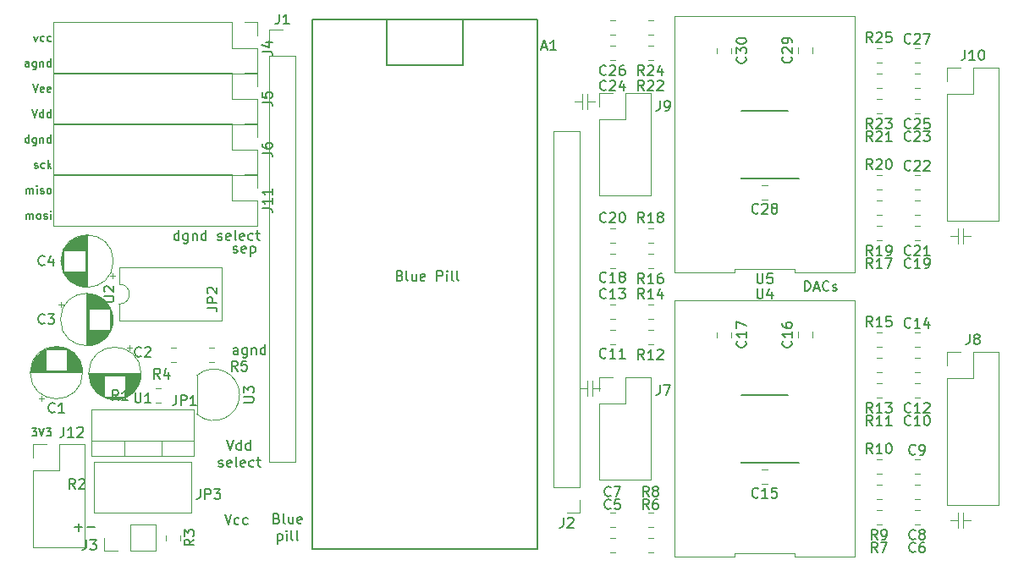
<source format=gbr>
G04 #@! TF.GenerationSoftware,KiCad,Pcbnew,5.1.4*
G04 #@! TF.CreationDate,2019-11-25T00:39:36+01:00*
G04 #@! TF.ProjectId,control_board_prototype,636f6e74-726f-46c5-9f62-6f6172645f70,rev?*
G04 #@! TF.SameCoordinates,Original*
G04 #@! TF.FileFunction,Legend,Top*
G04 #@! TF.FilePolarity,Positive*
%FSLAX46Y46*%
G04 Gerber Fmt 4.6, Leading zero omitted, Abs format (unit mm)*
G04 Created by KiCad (PCBNEW 5.1.4) date 2019-11-25 00:39:36*
%MOMM*%
%LPD*%
G04 APERTURE LIST*
%ADD10C,0.180000*%
%ADD11C,0.150000*%
%ADD12C,0.120000*%
%ADD13C,0.200000*%
G04 APERTURE END LIST*
D10*
X163903761Y-71570904D02*
X164399000Y-71570904D01*
X164132333Y-71875666D01*
X164246619Y-71875666D01*
X164322809Y-71913761D01*
X164360904Y-71951857D01*
X164399000Y-72028047D01*
X164399000Y-72218523D01*
X164360904Y-72294714D01*
X164322809Y-72332809D01*
X164246619Y-72370904D01*
X164018047Y-72370904D01*
X163941857Y-72332809D01*
X163903761Y-72294714D01*
X164627571Y-71570904D02*
X164894238Y-72370904D01*
X165160904Y-71570904D01*
X165351380Y-71570904D02*
X165846619Y-71570904D01*
X165579952Y-71875666D01*
X165694238Y-71875666D01*
X165770428Y-71913761D01*
X165808523Y-71951857D01*
X165846619Y-72028047D01*
X165846619Y-72218523D01*
X165808523Y-72294714D01*
X165770428Y-72332809D01*
X165694238Y-72370904D01*
X165465666Y-72370904D01*
X165389476Y-72332809D01*
X165351380Y-72294714D01*
D11*
X241228761Y-57856380D02*
X241228761Y-56856380D01*
X241466857Y-56856380D01*
X241609714Y-56904000D01*
X241704952Y-56999238D01*
X241752571Y-57094476D01*
X241800190Y-57284952D01*
X241800190Y-57427809D01*
X241752571Y-57618285D01*
X241704952Y-57713523D01*
X241609714Y-57808761D01*
X241466857Y-57856380D01*
X241228761Y-57856380D01*
X242181142Y-57570666D02*
X242657333Y-57570666D01*
X242085904Y-57856380D02*
X242419238Y-56856380D01*
X242752571Y-57856380D01*
X243657333Y-57761142D02*
X243609714Y-57808761D01*
X243466857Y-57856380D01*
X243371619Y-57856380D01*
X243228761Y-57808761D01*
X243133523Y-57713523D01*
X243085904Y-57618285D01*
X243038285Y-57427809D01*
X243038285Y-57284952D01*
X243085904Y-57094476D01*
X243133523Y-56999238D01*
X243228761Y-56904000D01*
X243371619Y-56856380D01*
X243466857Y-56856380D01*
X243609714Y-56904000D01*
X243657333Y-56951619D01*
X244038285Y-57808761D02*
X244133523Y-57856380D01*
X244324000Y-57856380D01*
X244419238Y-57808761D01*
X244466857Y-57713523D01*
X244466857Y-57665904D01*
X244419238Y-57570666D01*
X244324000Y-57523047D01*
X244181142Y-57523047D01*
X244085904Y-57475428D01*
X244038285Y-57380190D01*
X244038285Y-57332571D01*
X244085904Y-57237333D01*
X244181142Y-57189714D01*
X244324000Y-57189714D01*
X244419238Y-57237333D01*
X200739714Y-56316571D02*
X200882571Y-56364190D01*
X200930190Y-56411809D01*
X200977809Y-56507047D01*
X200977809Y-56649904D01*
X200930190Y-56745142D01*
X200882571Y-56792761D01*
X200787333Y-56840380D01*
X200406380Y-56840380D01*
X200406380Y-55840380D01*
X200739714Y-55840380D01*
X200834952Y-55888000D01*
X200882571Y-55935619D01*
X200930190Y-56030857D01*
X200930190Y-56126095D01*
X200882571Y-56221333D01*
X200834952Y-56268952D01*
X200739714Y-56316571D01*
X200406380Y-56316571D01*
X201549238Y-56840380D02*
X201454000Y-56792761D01*
X201406380Y-56697523D01*
X201406380Y-55840380D01*
X202358761Y-56173714D02*
X202358761Y-56840380D01*
X201930190Y-56173714D02*
X201930190Y-56697523D01*
X201977809Y-56792761D01*
X202073047Y-56840380D01*
X202215904Y-56840380D01*
X202311142Y-56792761D01*
X202358761Y-56745142D01*
X203215904Y-56792761D02*
X203120666Y-56840380D01*
X202930190Y-56840380D01*
X202834952Y-56792761D01*
X202787333Y-56697523D01*
X202787333Y-56316571D01*
X202834952Y-56221333D01*
X202930190Y-56173714D01*
X203120666Y-56173714D01*
X203215904Y-56221333D01*
X203263523Y-56316571D01*
X203263523Y-56411809D01*
X202787333Y-56507047D01*
X204454000Y-56840380D02*
X204454000Y-55840380D01*
X204834952Y-55840380D01*
X204930190Y-55888000D01*
X204977809Y-55935619D01*
X205025428Y-56030857D01*
X205025428Y-56173714D01*
X204977809Y-56268952D01*
X204930190Y-56316571D01*
X204834952Y-56364190D01*
X204454000Y-56364190D01*
X205454000Y-56840380D02*
X205454000Y-56173714D01*
X205454000Y-55840380D02*
X205406380Y-55888000D01*
X205454000Y-55935619D01*
X205501619Y-55888000D01*
X205454000Y-55840380D01*
X205454000Y-55935619D01*
X206073047Y-56840380D02*
X205977809Y-56792761D01*
X205930190Y-56697523D01*
X205930190Y-55840380D01*
X206596857Y-56840380D02*
X206501619Y-56792761D01*
X206454000Y-56697523D01*
X206454000Y-55840380D01*
D12*
X256540000Y-80518000D02*
X256540000Y-81534000D01*
X257048000Y-80772000D02*
X257556000Y-80772000D01*
X256540000Y-80518000D02*
X256540000Y-80010000D01*
X256540000Y-80772000D02*
X255778000Y-80772000D01*
X257048000Y-81534000D02*
X257048000Y-80010000D01*
X257556000Y-80772000D02*
X257810000Y-80772000D01*
X256540000Y-52070000D02*
X256540000Y-53086000D01*
X257048000Y-52324000D02*
X257556000Y-52324000D01*
X256540000Y-52070000D02*
X256540000Y-51562000D01*
X256540000Y-52324000D02*
X255778000Y-52324000D01*
X257048000Y-53086000D02*
X257048000Y-51562000D01*
X257556000Y-52324000D02*
X257810000Y-52324000D01*
X219456000Y-67310000D02*
X219456000Y-68326000D01*
X219964000Y-67564000D02*
X220472000Y-67564000D01*
X219456000Y-67310000D02*
X219456000Y-66802000D01*
X219456000Y-67564000D02*
X218694000Y-67564000D01*
X219964000Y-68326000D02*
X219964000Y-66802000D01*
X220472000Y-67564000D02*
X220726000Y-67564000D01*
X219964000Y-38862000D02*
X220218000Y-38862000D01*
X218948000Y-38862000D02*
X218186000Y-38862000D01*
X219456000Y-38862000D02*
X219964000Y-38862000D01*
X218948000Y-38608000D02*
X218948000Y-38100000D01*
X219456000Y-39624000D02*
X219456000Y-38100000D01*
X218948000Y-38608000D02*
X218948000Y-39624000D01*
D13*
X184531142Y-64206380D02*
X184531142Y-63682571D01*
X184483523Y-63587333D01*
X184388285Y-63539714D01*
X184197809Y-63539714D01*
X184102571Y-63587333D01*
X184531142Y-64158761D02*
X184435904Y-64206380D01*
X184197809Y-64206380D01*
X184102571Y-64158761D01*
X184054952Y-64063523D01*
X184054952Y-63968285D01*
X184102571Y-63873047D01*
X184197809Y-63825428D01*
X184435904Y-63825428D01*
X184531142Y-63777809D01*
X185435904Y-63539714D02*
X185435904Y-64349238D01*
X185388285Y-64444476D01*
X185340666Y-64492095D01*
X185245428Y-64539714D01*
X185102571Y-64539714D01*
X185007333Y-64492095D01*
X185435904Y-64158761D02*
X185340666Y-64206380D01*
X185150190Y-64206380D01*
X185054952Y-64158761D01*
X185007333Y-64111142D01*
X184959714Y-64015904D01*
X184959714Y-63730190D01*
X185007333Y-63634952D01*
X185054952Y-63587333D01*
X185150190Y-63539714D01*
X185340666Y-63539714D01*
X185435904Y-63587333D01*
X185912095Y-63539714D02*
X185912095Y-64206380D01*
X185912095Y-63634952D02*
X185959714Y-63587333D01*
X186054952Y-63539714D01*
X186197809Y-63539714D01*
X186293047Y-63587333D01*
X186340666Y-63682571D01*
X186340666Y-64206380D01*
X187245428Y-64206380D02*
X187245428Y-63206380D01*
X187245428Y-64158761D02*
X187150190Y-64206380D01*
X186959714Y-64206380D01*
X186864476Y-64158761D01*
X186816857Y-64111142D01*
X186769238Y-64015904D01*
X186769238Y-63730190D01*
X186816857Y-63634952D01*
X186864476Y-63587333D01*
X186959714Y-63539714D01*
X187150190Y-63539714D01*
X187245428Y-63587333D01*
X184070761Y-53998761D02*
X184166000Y-54046380D01*
X184356476Y-54046380D01*
X184451714Y-53998761D01*
X184499333Y-53903523D01*
X184499333Y-53855904D01*
X184451714Y-53760666D01*
X184356476Y-53713047D01*
X184213619Y-53713047D01*
X184118380Y-53665428D01*
X184070761Y-53570190D01*
X184070761Y-53522571D01*
X184118380Y-53427333D01*
X184213619Y-53379714D01*
X184356476Y-53379714D01*
X184451714Y-53427333D01*
X185308857Y-53998761D02*
X185213619Y-54046380D01*
X185023142Y-54046380D01*
X184927904Y-53998761D01*
X184880285Y-53903523D01*
X184880285Y-53522571D01*
X184927904Y-53427333D01*
X185023142Y-53379714D01*
X185213619Y-53379714D01*
X185308857Y-53427333D01*
X185356476Y-53522571D01*
X185356476Y-53617809D01*
X184880285Y-53713047D01*
X185785047Y-53379714D02*
X185785047Y-54379714D01*
X185785047Y-53427333D02*
X185880285Y-53379714D01*
X186070761Y-53379714D01*
X186166000Y-53427333D01*
X186213619Y-53474952D01*
X186261238Y-53570190D01*
X186261238Y-53855904D01*
X186213619Y-53951142D01*
X186166000Y-53998761D01*
X186070761Y-54046380D01*
X185880285Y-54046380D01*
X185785047Y-53998761D01*
X178610095Y-52776380D02*
X178610095Y-51776380D01*
X178610095Y-52728761D02*
X178514857Y-52776380D01*
X178324380Y-52776380D01*
X178229142Y-52728761D01*
X178181523Y-52681142D01*
X178133904Y-52585904D01*
X178133904Y-52300190D01*
X178181523Y-52204952D01*
X178229142Y-52157333D01*
X178324380Y-52109714D01*
X178514857Y-52109714D01*
X178610095Y-52157333D01*
X179514857Y-52109714D02*
X179514857Y-52919238D01*
X179467238Y-53014476D01*
X179419619Y-53062095D01*
X179324380Y-53109714D01*
X179181523Y-53109714D01*
X179086285Y-53062095D01*
X179514857Y-52728761D02*
X179419619Y-52776380D01*
X179229142Y-52776380D01*
X179133904Y-52728761D01*
X179086285Y-52681142D01*
X179038666Y-52585904D01*
X179038666Y-52300190D01*
X179086285Y-52204952D01*
X179133904Y-52157333D01*
X179229142Y-52109714D01*
X179419619Y-52109714D01*
X179514857Y-52157333D01*
X179991047Y-52109714D02*
X179991047Y-52776380D01*
X179991047Y-52204952D02*
X180038666Y-52157333D01*
X180133904Y-52109714D01*
X180276761Y-52109714D01*
X180372000Y-52157333D01*
X180419619Y-52252571D01*
X180419619Y-52776380D01*
X181324380Y-52776380D02*
X181324380Y-51776380D01*
X181324380Y-52728761D02*
X181229142Y-52776380D01*
X181038666Y-52776380D01*
X180943428Y-52728761D01*
X180895809Y-52681142D01*
X180848190Y-52585904D01*
X180848190Y-52300190D01*
X180895809Y-52204952D01*
X180943428Y-52157333D01*
X181038666Y-52109714D01*
X181229142Y-52109714D01*
X181324380Y-52157333D01*
X182514857Y-52728761D02*
X182610095Y-52776380D01*
X182800571Y-52776380D01*
X182895809Y-52728761D01*
X182943428Y-52633523D01*
X182943428Y-52585904D01*
X182895809Y-52490666D01*
X182800571Y-52443047D01*
X182657714Y-52443047D01*
X182562476Y-52395428D01*
X182514857Y-52300190D01*
X182514857Y-52252571D01*
X182562476Y-52157333D01*
X182657714Y-52109714D01*
X182800571Y-52109714D01*
X182895809Y-52157333D01*
X183752952Y-52728761D02*
X183657714Y-52776380D01*
X183467238Y-52776380D01*
X183372000Y-52728761D01*
X183324380Y-52633523D01*
X183324380Y-52252571D01*
X183372000Y-52157333D01*
X183467238Y-52109714D01*
X183657714Y-52109714D01*
X183752952Y-52157333D01*
X183800571Y-52252571D01*
X183800571Y-52347809D01*
X183324380Y-52443047D01*
X184372000Y-52776380D02*
X184276761Y-52728761D01*
X184229142Y-52633523D01*
X184229142Y-51776380D01*
X185133904Y-52728761D02*
X185038666Y-52776380D01*
X184848190Y-52776380D01*
X184752952Y-52728761D01*
X184705333Y-52633523D01*
X184705333Y-52252571D01*
X184752952Y-52157333D01*
X184848190Y-52109714D01*
X185038666Y-52109714D01*
X185133904Y-52157333D01*
X185181523Y-52252571D01*
X185181523Y-52347809D01*
X184705333Y-52443047D01*
X186038666Y-52728761D02*
X185943428Y-52776380D01*
X185752952Y-52776380D01*
X185657714Y-52728761D01*
X185610095Y-52681142D01*
X185562476Y-52585904D01*
X185562476Y-52300190D01*
X185610095Y-52204952D01*
X185657714Y-52157333D01*
X185752952Y-52109714D01*
X185943428Y-52109714D01*
X186038666Y-52157333D01*
X186324380Y-52109714D02*
X186705333Y-52109714D01*
X186467238Y-51776380D02*
X186467238Y-52633523D01*
X186514857Y-52728761D01*
X186610095Y-52776380D01*
X186705333Y-52776380D01*
X183419904Y-72770380D02*
X183753238Y-73770380D01*
X184086571Y-72770380D01*
X184848476Y-73770380D02*
X184848476Y-72770380D01*
X184848476Y-73722761D02*
X184753238Y-73770380D01*
X184562761Y-73770380D01*
X184467523Y-73722761D01*
X184419904Y-73675142D01*
X184372285Y-73579904D01*
X184372285Y-73294190D01*
X184419904Y-73198952D01*
X184467523Y-73151333D01*
X184562761Y-73103714D01*
X184753238Y-73103714D01*
X184848476Y-73151333D01*
X185753238Y-73770380D02*
X185753238Y-72770380D01*
X185753238Y-73722761D02*
X185658000Y-73770380D01*
X185467523Y-73770380D01*
X185372285Y-73722761D01*
X185324666Y-73675142D01*
X185277047Y-73579904D01*
X185277047Y-73294190D01*
X185324666Y-73198952D01*
X185372285Y-73151333D01*
X185467523Y-73103714D01*
X185658000Y-73103714D01*
X185753238Y-73151333D01*
X182610380Y-75422761D02*
X182705619Y-75470380D01*
X182896095Y-75470380D01*
X182991333Y-75422761D01*
X183038952Y-75327523D01*
X183038952Y-75279904D01*
X182991333Y-75184666D01*
X182896095Y-75137047D01*
X182753238Y-75137047D01*
X182658000Y-75089428D01*
X182610380Y-74994190D01*
X182610380Y-74946571D01*
X182658000Y-74851333D01*
X182753238Y-74803714D01*
X182896095Y-74803714D01*
X182991333Y-74851333D01*
X183848476Y-75422761D02*
X183753238Y-75470380D01*
X183562761Y-75470380D01*
X183467523Y-75422761D01*
X183419904Y-75327523D01*
X183419904Y-74946571D01*
X183467523Y-74851333D01*
X183562761Y-74803714D01*
X183753238Y-74803714D01*
X183848476Y-74851333D01*
X183896095Y-74946571D01*
X183896095Y-75041809D01*
X183419904Y-75137047D01*
X184467523Y-75470380D02*
X184372285Y-75422761D01*
X184324666Y-75327523D01*
X184324666Y-74470380D01*
X185229428Y-75422761D02*
X185134190Y-75470380D01*
X184943714Y-75470380D01*
X184848476Y-75422761D01*
X184800857Y-75327523D01*
X184800857Y-74946571D01*
X184848476Y-74851333D01*
X184943714Y-74803714D01*
X185134190Y-74803714D01*
X185229428Y-74851333D01*
X185277047Y-74946571D01*
X185277047Y-75041809D01*
X184800857Y-75137047D01*
X186134190Y-75422761D02*
X186038952Y-75470380D01*
X185848476Y-75470380D01*
X185753238Y-75422761D01*
X185705619Y-75375142D01*
X185658000Y-75279904D01*
X185658000Y-74994190D01*
X185705619Y-74898952D01*
X185753238Y-74851333D01*
X185848476Y-74803714D01*
X186038952Y-74803714D01*
X186134190Y-74851333D01*
X186419904Y-74803714D02*
X186800857Y-74803714D01*
X186562761Y-74470380D02*
X186562761Y-75327523D01*
X186610380Y-75422761D01*
X186705619Y-75470380D01*
X186800857Y-75470380D01*
X188412571Y-80612571D02*
X188555428Y-80660190D01*
X188603047Y-80707809D01*
X188650666Y-80803047D01*
X188650666Y-80945904D01*
X188603047Y-81041142D01*
X188555428Y-81088761D01*
X188460190Y-81136380D01*
X188079238Y-81136380D01*
X188079238Y-80136380D01*
X188412571Y-80136380D01*
X188507809Y-80184000D01*
X188555428Y-80231619D01*
X188603047Y-80326857D01*
X188603047Y-80422095D01*
X188555428Y-80517333D01*
X188507809Y-80564952D01*
X188412571Y-80612571D01*
X188079238Y-80612571D01*
X189222095Y-81136380D02*
X189126857Y-81088761D01*
X189079238Y-80993523D01*
X189079238Y-80136380D01*
X190031619Y-80469714D02*
X190031619Y-81136380D01*
X189603047Y-80469714D02*
X189603047Y-80993523D01*
X189650666Y-81088761D01*
X189745904Y-81136380D01*
X189888761Y-81136380D01*
X189984000Y-81088761D01*
X190031619Y-81041142D01*
X190888761Y-81088761D02*
X190793523Y-81136380D01*
X190603047Y-81136380D01*
X190507809Y-81088761D01*
X190460190Y-80993523D01*
X190460190Y-80612571D01*
X190507809Y-80517333D01*
X190603047Y-80469714D01*
X190793523Y-80469714D01*
X190888761Y-80517333D01*
X190936380Y-80612571D01*
X190936380Y-80707809D01*
X190460190Y-80803047D01*
X188507809Y-82169714D02*
X188507809Y-83169714D01*
X188507809Y-82217333D02*
X188603047Y-82169714D01*
X188793523Y-82169714D01*
X188888761Y-82217333D01*
X188936380Y-82264952D01*
X188984000Y-82360190D01*
X188984000Y-82645904D01*
X188936380Y-82741142D01*
X188888761Y-82788761D01*
X188793523Y-82836380D01*
X188603047Y-82836380D01*
X188507809Y-82788761D01*
X189412571Y-82836380D02*
X189412571Y-82169714D01*
X189412571Y-81836380D02*
X189364952Y-81884000D01*
X189412571Y-81931619D01*
X189460190Y-81884000D01*
X189412571Y-81836380D01*
X189412571Y-81931619D01*
X190031619Y-82836380D02*
X189936380Y-82788761D01*
X189888761Y-82693523D01*
X189888761Y-81836380D01*
X190555428Y-82836380D02*
X190460190Y-82788761D01*
X190412571Y-82693523D01*
X190412571Y-81836380D01*
X183213523Y-80224380D02*
X183546857Y-81224380D01*
X183880190Y-80224380D01*
X184642095Y-81176761D02*
X184546857Y-81224380D01*
X184356380Y-81224380D01*
X184261142Y-81176761D01*
X184213523Y-81129142D01*
X184165904Y-81033904D01*
X184165904Y-80748190D01*
X184213523Y-80652952D01*
X184261142Y-80605333D01*
X184356380Y-80557714D01*
X184546857Y-80557714D01*
X184642095Y-80605333D01*
X185499238Y-81176761D02*
X185404000Y-81224380D01*
X185213523Y-81224380D01*
X185118285Y-81176761D01*
X185070666Y-81129142D01*
X185023047Y-81033904D01*
X185023047Y-80748190D01*
X185070666Y-80652952D01*
X185118285Y-80605333D01*
X185213523Y-80557714D01*
X185404000Y-80557714D01*
X185499238Y-80605333D01*
X168192904Y-81478428D02*
X168954809Y-81478428D01*
X168573857Y-81859380D02*
X168573857Y-81097476D01*
X169431000Y-81478428D02*
X170192904Y-81478428D01*
D10*
X163370428Y-50653904D02*
X163370428Y-50120571D01*
X163370428Y-50196761D02*
X163408523Y-50158666D01*
X163484714Y-50120571D01*
X163599000Y-50120571D01*
X163675190Y-50158666D01*
X163713285Y-50234857D01*
X163713285Y-50653904D01*
X163713285Y-50234857D02*
X163751380Y-50158666D01*
X163827571Y-50120571D01*
X163941857Y-50120571D01*
X164018047Y-50158666D01*
X164056142Y-50234857D01*
X164056142Y-50653904D01*
X164551380Y-50653904D02*
X164475190Y-50615809D01*
X164437095Y-50577714D01*
X164399000Y-50501523D01*
X164399000Y-50272952D01*
X164437095Y-50196761D01*
X164475190Y-50158666D01*
X164551380Y-50120571D01*
X164665666Y-50120571D01*
X164741857Y-50158666D01*
X164779952Y-50196761D01*
X164818047Y-50272952D01*
X164818047Y-50501523D01*
X164779952Y-50577714D01*
X164741857Y-50615809D01*
X164665666Y-50653904D01*
X164551380Y-50653904D01*
X165122809Y-50615809D02*
X165199000Y-50653904D01*
X165351380Y-50653904D01*
X165427571Y-50615809D01*
X165465666Y-50539619D01*
X165465666Y-50501523D01*
X165427571Y-50425333D01*
X165351380Y-50387238D01*
X165237095Y-50387238D01*
X165160904Y-50349142D01*
X165122809Y-50272952D01*
X165122809Y-50234857D01*
X165160904Y-50158666D01*
X165237095Y-50120571D01*
X165351380Y-50120571D01*
X165427571Y-50158666D01*
X165808523Y-50653904D02*
X165808523Y-50120571D01*
X165808523Y-49853904D02*
X165770428Y-49892000D01*
X165808523Y-49930095D01*
X165846619Y-49892000D01*
X165808523Y-49853904D01*
X165808523Y-49930095D01*
X163370428Y-48113904D02*
X163370428Y-47580571D01*
X163370428Y-47656761D02*
X163408523Y-47618666D01*
X163484714Y-47580571D01*
X163599000Y-47580571D01*
X163675190Y-47618666D01*
X163713285Y-47694857D01*
X163713285Y-48113904D01*
X163713285Y-47694857D02*
X163751380Y-47618666D01*
X163827571Y-47580571D01*
X163941857Y-47580571D01*
X164018047Y-47618666D01*
X164056142Y-47694857D01*
X164056142Y-48113904D01*
X164437095Y-48113904D02*
X164437095Y-47580571D01*
X164437095Y-47313904D02*
X164399000Y-47352000D01*
X164437095Y-47390095D01*
X164475190Y-47352000D01*
X164437095Y-47313904D01*
X164437095Y-47390095D01*
X164779952Y-48075809D02*
X164856142Y-48113904D01*
X165008523Y-48113904D01*
X165084714Y-48075809D01*
X165122809Y-47999619D01*
X165122809Y-47961523D01*
X165084714Y-47885333D01*
X165008523Y-47847238D01*
X164894238Y-47847238D01*
X164818047Y-47809142D01*
X164779952Y-47732952D01*
X164779952Y-47694857D01*
X164818047Y-47618666D01*
X164894238Y-47580571D01*
X165008523Y-47580571D01*
X165084714Y-47618666D01*
X165579952Y-48113904D02*
X165503761Y-48075809D01*
X165465666Y-48037714D01*
X165427571Y-47961523D01*
X165427571Y-47732952D01*
X165465666Y-47656761D01*
X165503761Y-47618666D01*
X165579952Y-47580571D01*
X165694238Y-47580571D01*
X165770428Y-47618666D01*
X165808523Y-47656761D01*
X165846619Y-47732952D01*
X165846619Y-47961523D01*
X165808523Y-48037714D01*
X165770428Y-48075809D01*
X165694238Y-48113904D01*
X165579952Y-48113904D01*
X164170428Y-45535809D02*
X164246619Y-45573904D01*
X164399000Y-45573904D01*
X164475190Y-45535809D01*
X164513285Y-45459619D01*
X164513285Y-45421523D01*
X164475190Y-45345333D01*
X164399000Y-45307238D01*
X164284714Y-45307238D01*
X164208523Y-45269142D01*
X164170428Y-45192952D01*
X164170428Y-45154857D01*
X164208523Y-45078666D01*
X164284714Y-45040571D01*
X164399000Y-45040571D01*
X164475190Y-45078666D01*
X165199000Y-45535809D02*
X165122809Y-45573904D01*
X164970428Y-45573904D01*
X164894238Y-45535809D01*
X164856142Y-45497714D01*
X164818047Y-45421523D01*
X164818047Y-45192952D01*
X164856142Y-45116761D01*
X164894238Y-45078666D01*
X164970428Y-45040571D01*
X165122809Y-45040571D01*
X165199000Y-45078666D01*
X165541857Y-45573904D02*
X165541857Y-44773904D01*
X165618047Y-45269142D02*
X165846619Y-45573904D01*
X165846619Y-45040571D02*
X165541857Y-45345333D01*
X163637095Y-43033904D02*
X163637095Y-42233904D01*
X163637095Y-42995809D02*
X163560904Y-43033904D01*
X163408523Y-43033904D01*
X163332333Y-42995809D01*
X163294238Y-42957714D01*
X163256142Y-42881523D01*
X163256142Y-42652952D01*
X163294238Y-42576761D01*
X163332333Y-42538666D01*
X163408523Y-42500571D01*
X163560904Y-42500571D01*
X163637095Y-42538666D01*
X164360904Y-42500571D02*
X164360904Y-43148190D01*
X164322809Y-43224380D01*
X164284714Y-43262476D01*
X164208523Y-43300571D01*
X164094238Y-43300571D01*
X164018047Y-43262476D01*
X164360904Y-42995809D02*
X164284714Y-43033904D01*
X164132333Y-43033904D01*
X164056142Y-42995809D01*
X164018047Y-42957714D01*
X163979952Y-42881523D01*
X163979952Y-42652952D01*
X164018047Y-42576761D01*
X164056142Y-42538666D01*
X164132333Y-42500571D01*
X164284714Y-42500571D01*
X164360904Y-42538666D01*
X164741857Y-42500571D02*
X164741857Y-43033904D01*
X164741857Y-42576761D02*
X164779952Y-42538666D01*
X164856142Y-42500571D01*
X164970428Y-42500571D01*
X165046619Y-42538666D01*
X165084714Y-42614857D01*
X165084714Y-43033904D01*
X165808523Y-43033904D02*
X165808523Y-42233904D01*
X165808523Y-42995809D02*
X165732333Y-43033904D01*
X165579952Y-43033904D01*
X165503761Y-42995809D01*
X165465666Y-42957714D01*
X165427571Y-42881523D01*
X165427571Y-42652952D01*
X165465666Y-42576761D01*
X165503761Y-42538666D01*
X165579952Y-42500571D01*
X165732333Y-42500571D01*
X165808523Y-42538666D01*
X163941857Y-39693904D02*
X164208523Y-40493904D01*
X164475190Y-39693904D01*
X165084714Y-40493904D02*
X165084714Y-39693904D01*
X165084714Y-40455809D02*
X165008523Y-40493904D01*
X164856142Y-40493904D01*
X164779952Y-40455809D01*
X164741857Y-40417714D01*
X164703761Y-40341523D01*
X164703761Y-40112952D01*
X164741857Y-40036761D01*
X164779952Y-39998666D01*
X164856142Y-39960571D01*
X165008523Y-39960571D01*
X165084714Y-39998666D01*
X165808523Y-40493904D02*
X165808523Y-39693904D01*
X165808523Y-40455809D02*
X165732333Y-40493904D01*
X165579952Y-40493904D01*
X165503761Y-40455809D01*
X165465666Y-40417714D01*
X165427571Y-40341523D01*
X165427571Y-40112952D01*
X165465666Y-40036761D01*
X165503761Y-39998666D01*
X165579952Y-39960571D01*
X165732333Y-39960571D01*
X165808523Y-39998666D01*
X164018047Y-37153904D02*
X164284714Y-37953904D01*
X164551380Y-37153904D01*
X165122809Y-37915809D02*
X165046619Y-37953904D01*
X164894238Y-37953904D01*
X164818047Y-37915809D01*
X164779952Y-37839619D01*
X164779952Y-37534857D01*
X164818047Y-37458666D01*
X164894238Y-37420571D01*
X165046619Y-37420571D01*
X165122809Y-37458666D01*
X165160904Y-37534857D01*
X165160904Y-37611047D01*
X164779952Y-37687238D01*
X165808523Y-37915809D02*
X165732333Y-37953904D01*
X165579952Y-37953904D01*
X165503761Y-37915809D01*
X165465666Y-37839619D01*
X165465666Y-37534857D01*
X165503761Y-37458666D01*
X165579952Y-37420571D01*
X165732333Y-37420571D01*
X165808523Y-37458666D01*
X165846619Y-37534857D01*
X165846619Y-37611047D01*
X165465666Y-37687238D01*
X164132333Y-32340571D02*
X164322809Y-32873904D01*
X164513285Y-32340571D01*
X165160904Y-32835809D02*
X165084714Y-32873904D01*
X164932333Y-32873904D01*
X164856142Y-32835809D01*
X164818047Y-32797714D01*
X164779952Y-32721523D01*
X164779952Y-32492952D01*
X164818047Y-32416761D01*
X164856142Y-32378666D01*
X164932333Y-32340571D01*
X165084714Y-32340571D01*
X165160904Y-32378666D01*
X165846619Y-32835809D02*
X165770428Y-32873904D01*
X165618047Y-32873904D01*
X165541857Y-32835809D01*
X165503761Y-32797714D01*
X165465666Y-32721523D01*
X165465666Y-32492952D01*
X165503761Y-32416761D01*
X165541857Y-32378666D01*
X165618047Y-32340571D01*
X165770428Y-32340571D01*
X165846619Y-32378666D01*
X163637095Y-35413904D02*
X163637095Y-34994857D01*
X163599000Y-34918666D01*
X163522809Y-34880571D01*
X163370428Y-34880571D01*
X163294238Y-34918666D01*
X163637095Y-35375809D02*
X163560904Y-35413904D01*
X163370428Y-35413904D01*
X163294238Y-35375809D01*
X163256142Y-35299619D01*
X163256142Y-35223428D01*
X163294238Y-35147238D01*
X163370428Y-35109142D01*
X163560904Y-35109142D01*
X163637095Y-35071047D01*
X164360904Y-34880571D02*
X164360904Y-35528190D01*
X164322809Y-35604380D01*
X164284714Y-35642476D01*
X164208523Y-35680571D01*
X164094238Y-35680571D01*
X164018047Y-35642476D01*
X164360904Y-35375809D02*
X164284714Y-35413904D01*
X164132333Y-35413904D01*
X164056142Y-35375809D01*
X164018047Y-35337714D01*
X163979952Y-35261523D01*
X163979952Y-35032952D01*
X164018047Y-34956761D01*
X164056142Y-34918666D01*
X164132333Y-34880571D01*
X164284714Y-34880571D01*
X164360904Y-34918666D01*
X164741857Y-34880571D02*
X164741857Y-35413904D01*
X164741857Y-34956761D02*
X164779952Y-34918666D01*
X164856142Y-34880571D01*
X164970428Y-34880571D01*
X165046619Y-34918666D01*
X165084714Y-34994857D01*
X165084714Y-35413904D01*
X165808523Y-35413904D02*
X165808523Y-34613904D01*
X165808523Y-35375809D02*
X165732333Y-35413904D01*
X165579952Y-35413904D01*
X165503761Y-35375809D01*
X165465666Y-35337714D01*
X165427571Y-35261523D01*
X165427571Y-35032952D01*
X165465666Y-34956761D01*
X165503761Y-34918666D01*
X165579952Y-34880571D01*
X165732333Y-34880571D01*
X165808523Y-34918666D01*
D12*
X164024000Y-73219000D02*
X165354000Y-73219000D01*
X164024000Y-74549000D02*
X164024000Y-73219000D01*
X166624000Y-73219000D02*
X169224000Y-73219000D01*
X166624000Y-75819000D02*
X166624000Y-73219000D01*
X164024000Y-75819000D02*
X166624000Y-75819000D01*
X169224000Y-73219000D02*
X169224000Y-83499000D01*
X164024000Y-75819000D02*
X164024000Y-83499000D01*
X164024000Y-83499000D02*
X169224000Y-83499000D01*
X186496000Y-46168000D02*
X186496000Y-47498000D01*
X185166000Y-46168000D02*
X186496000Y-46168000D01*
X186496000Y-48768000D02*
X186496000Y-51368000D01*
X183896000Y-48768000D02*
X186496000Y-48768000D01*
X183896000Y-46168000D02*
X183896000Y-48768000D01*
X186496000Y-51368000D02*
X166056000Y-51368000D01*
X183896000Y-46168000D02*
X166056000Y-46168000D01*
X166056000Y-46168000D02*
X166056000Y-51368000D01*
X186496000Y-41088000D02*
X186496000Y-42418000D01*
X185166000Y-41088000D02*
X186496000Y-41088000D01*
X186496000Y-43688000D02*
X186496000Y-46288000D01*
X183896000Y-43688000D02*
X186496000Y-43688000D01*
X183896000Y-41088000D02*
X183896000Y-43688000D01*
X186496000Y-46288000D02*
X166056000Y-46288000D01*
X183896000Y-41088000D02*
X166056000Y-41088000D01*
X166056000Y-41088000D02*
X166056000Y-46288000D01*
X186496000Y-36008000D02*
X186496000Y-37338000D01*
X185166000Y-36008000D02*
X186496000Y-36008000D01*
X186496000Y-38608000D02*
X186496000Y-41208000D01*
X183896000Y-38608000D02*
X186496000Y-38608000D01*
X183896000Y-36008000D02*
X183896000Y-38608000D01*
X186496000Y-41208000D02*
X166056000Y-41208000D01*
X183896000Y-36008000D02*
X166056000Y-36008000D01*
X166056000Y-36008000D02*
X166056000Y-41208000D01*
X186496000Y-30928000D02*
X186496000Y-32258000D01*
X185166000Y-30928000D02*
X186496000Y-30928000D01*
X186496000Y-33528000D02*
X186496000Y-36128000D01*
X183896000Y-33528000D02*
X186496000Y-33528000D01*
X183896000Y-30928000D02*
X183896000Y-33528000D01*
X186496000Y-36128000D02*
X166056000Y-36128000D01*
X183896000Y-30928000D02*
X166056000Y-30928000D01*
X166056000Y-30928000D02*
X166056000Y-36128000D01*
X180427878Y-70194611D02*
G75*
G03X180418000Y-66306000I1690122J1948611D01*
G01*
X180418000Y-66306000D02*
X180418000Y-70156000D01*
X173155000Y-74390000D02*
X173155000Y-72880000D01*
X176856000Y-74390000D02*
X176856000Y-72880000D01*
X180126000Y-72880000D02*
X169886000Y-72880000D01*
X169886000Y-74390000D02*
X169886000Y-69749000D01*
X180126000Y-74390000D02*
X180126000Y-69749000D01*
X180126000Y-69749000D02*
X169886000Y-69749000D01*
X180126000Y-74390000D02*
X169886000Y-74390000D01*
X255464000Y-50860000D02*
X260664000Y-50860000D01*
X255464000Y-38100000D02*
X255464000Y-50860000D01*
X260664000Y-35500000D02*
X260664000Y-50860000D01*
X255464000Y-38100000D02*
X258064000Y-38100000D01*
X258064000Y-38100000D02*
X258064000Y-35500000D01*
X258064000Y-35500000D02*
X260664000Y-35500000D01*
X255464000Y-36830000D02*
X255464000Y-35500000D01*
X255464000Y-35500000D02*
X256794000Y-35500000D01*
X181611748Y-64972000D02*
X182134252Y-64972000D01*
X181611748Y-63552000D02*
X182134252Y-63552000D01*
X177801748Y-64972000D02*
X178324252Y-64972000D01*
X177801748Y-63552000D02*
X178324252Y-63552000D01*
X177344000Y-82288748D02*
X177344000Y-82811252D01*
X178764000Y-82288748D02*
X178764000Y-82811252D01*
X170121000Y-80000000D02*
X170121000Y-74930000D01*
X179891000Y-80000000D02*
X179891000Y-74930000D01*
X179891000Y-74930000D02*
X170121000Y-74930000D01*
X179891000Y-80000000D02*
X170121000Y-80000000D01*
X176277748Y-69045000D02*
X176800252Y-69045000D01*
X176277748Y-67625000D02*
X176800252Y-67625000D01*
X176336000Y-83880000D02*
X176336000Y-81220000D01*
X173736000Y-83880000D02*
X176336000Y-83880000D01*
X173736000Y-81220000D02*
X176336000Y-81220000D01*
X173736000Y-83880000D02*
X173736000Y-81220000D01*
X172466000Y-83880000D02*
X171136000Y-83880000D01*
X171136000Y-83880000D02*
X171136000Y-82550000D01*
X166843225Y-58981000D02*
X166843225Y-59481000D01*
X166593225Y-59231000D02*
X167093225Y-59231000D01*
X171999000Y-60422000D02*
X171999000Y-60990000D01*
X171959000Y-60188000D02*
X171959000Y-61224000D01*
X171919000Y-60029000D02*
X171919000Y-61383000D01*
X171879000Y-59901000D02*
X171879000Y-61511000D01*
X171839000Y-59791000D02*
X171839000Y-61621000D01*
X171799000Y-59695000D02*
X171799000Y-61717000D01*
X171759000Y-59608000D02*
X171759000Y-61804000D01*
X171719000Y-59528000D02*
X171719000Y-61884000D01*
X171679000Y-61746000D02*
X171679000Y-61957000D01*
X171679000Y-59455000D02*
X171679000Y-59666000D01*
X171639000Y-61746000D02*
X171639000Y-62025000D01*
X171639000Y-59387000D02*
X171639000Y-59666000D01*
X171599000Y-61746000D02*
X171599000Y-62089000D01*
X171599000Y-59323000D02*
X171599000Y-59666000D01*
X171559000Y-61746000D02*
X171559000Y-62149000D01*
X171559000Y-59263000D02*
X171559000Y-59666000D01*
X171519000Y-61746000D02*
X171519000Y-62206000D01*
X171519000Y-59206000D02*
X171519000Y-59666000D01*
X171479000Y-61746000D02*
X171479000Y-62260000D01*
X171479000Y-59152000D02*
X171479000Y-59666000D01*
X171439000Y-61746000D02*
X171439000Y-62311000D01*
X171439000Y-59101000D02*
X171439000Y-59666000D01*
X171399000Y-61746000D02*
X171399000Y-62359000D01*
X171399000Y-59053000D02*
X171399000Y-59666000D01*
X171359000Y-61746000D02*
X171359000Y-62405000D01*
X171359000Y-59007000D02*
X171359000Y-59666000D01*
X171319000Y-61746000D02*
X171319000Y-62449000D01*
X171319000Y-58963000D02*
X171319000Y-59666000D01*
X171279000Y-61746000D02*
X171279000Y-62491000D01*
X171279000Y-58921000D02*
X171279000Y-59666000D01*
X171239000Y-61746000D02*
X171239000Y-62532000D01*
X171239000Y-58880000D02*
X171239000Y-59666000D01*
X171199000Y-61746000D02*
X171199000Y-62570000D01*
X171199000Y-58842000D02*
X171199000Y-59666000D01*
X171159000Y-61746000D02*
X171159000Y-62607000D01*
X171159000Y-58805000D02*
X171159000Y-59666000D01*
X171119000Y-61746000D02*
X171119000Y-62643000D01*
X171119000Y-58769000D02*
X171119000Y-59666000D01*
X171079000Y-61746000D02*
X171079000Y-62677000D01*
X171079000Y-58735000D02*
X171079000Y-59666000D01*
X171039000Y-61746000D02*
X171039000Y-62710000D01*
X171039000Y-58702000D02*
X171039000Y-59666000D01*
X170999000Y-61746000D02*
X170999000Y-62741000D01*
X170999000Y-58671000D02*
X170999000Y-59666000D01*
X170959000Y-61746000D02*
X170959000Y-62771000D01*
X170959000Y-58641000D02*
X170959000Y-59666000D01*
X170919000Y-61746000D02*
X170919000Y-62801000D01*
X170919000Y-58611000D02*
X170919000Y-59666000D01*
X170879000Y-61746000D02*
X170879000Y-62828000D01*
X170879000Y-58584000D02*
X170879000Y-59666000D01*
X170839000Y-61746000D02*
X170839000Y-62855000D01*
X170839000Y-58557000D02*
X170839000Y-59666000D01*
X170799000Y-61746000D02*
X170799000Y-62881000D01*
X170799000Y-58531000D02*
X170799000Y-59666000D01*
X170759000Y-61746000D02*
X170759000Y-62906000D01*
X170759000Y-58506000D02*
X170759000Y-59666000D01*
X170719000Y-61746000D02*
X170719000Y-62930000D01*
X170719000Y-58482000D02*
X170719000Y-59666000D01*
X170679000Y-61746000D02*
X170679000Y-62953000D01*
X170679000Y-58459000D02*
X170679000Y-59666000D01*
X170639000Y-61746000D02*
X170639000Y-62974000D01*
X170639000Y-58438000D02*
X170639000Y-59666000D01*
X170599000Y-61746000D02*
X170599000Y-62996000D01*
X170599000Y-58416000D02*
X170599000Y-59666000D01*
X170559000Y-61746000D02*
X170559000Y-63016000D01*
X170559000Y-58396000D02*
X170559000Y-59666000D01*
X170519000Y-61746000D02*
X170519000Y-63035000D01*
X170519000Y-58377000D02*
X170519000Y-59666000D01*
X170479000Y-61746000D02*
X170479000Y-63054000D01*
X170479000Y-58358000D02*
X170479000Y-59666000D01*
X170439000Y-61746000D02*
X170439000Y-63071000D01*
X170439000Y-58341000D02*
X170439000Y-59666000D01*
X170399000Y-61746000D02*
X170399000Y-63088000D01*
X170399000Y-58324000D02*
X170399000Y-59666000D01*
X170359000Y-61746000D02*
X170359000Y-63104000D01*
X170359000Y-58308000D02*
X170359000Y-59666000D01*
X170319000Y-61746000D02*
X170319000Y-63120000D01*
X170319000Y-58292000D02*
X170319000Y-59666000D01*
X170279000Y-61746000D02*
X170279000Y-63134000D01*
X170279000Y-58278000D02*
X170279000Y-59666000D01*
X170239000Y-61746000D02*
X170239000Y-63148000D01*
X170239000Y-58264000D02*
X170239000Y-59666000D01*
X170199000Y-61746000D02*
X170199000Y-63161000D01*
X170199000Y-58251000D02*
X170199000Y-59666000D01*
X170159000Y-61746000D02*
X170159000Y-63174000D01*
X170159000Y-58238000D02*
X170159000Y-59666000D01*
X170119000Y-61746000D02*
X170119000Y-63186000D01*
X170119000Y-58226000D02*
X170119000Y-59666000D01*
X170078000Y-61746000D02*
X170078000Y-63197000D01*
X170078000Y-58215000D02*
X170078000Y-59666000D01*
X170038000Y-61746000D02*
X170038000Y-63207000D01*
X170038000Y-58205000D02*
X170038000Y-59666000D01*
X169998000Y-61746000D02*
X169998000Y-63217000D01*
X169998000Y-58195000D02*
X169998000Y-59666000D01*
X169958000Y-61746000D02*
X169958000Y-63226000D01*
X169958000Y-58186000D02*
X169958000Y-59666000D01*
X169918000Y-61746000D02*
X169918000Y-63234000D01*
X169918000Y-58178000D02*
X169918000Y-59666000D01*
X169878000Y-61746000D02*
X169878000Y-63242000D01*
X169878000Y-58170000D02*
X169878000Y-59666000D01*
X169838000Y-61746000D02*
X169838000Y-63249000D01*
X169838000Y-58163000D02*
X169838000Y-59666000D01*
X169798000Y-61746000D02*
X169798000Y-63256000D01*
X169798000Y-58156000D02*
X169798000Y-59666000D01*
X169758000Y-61746000D02*
X169758000Y-63262000D01*
X169758000Y-58150000D02*
X169758000Y-59666000D01*
X169718000Y-61746000D02*
X169718000Y-63267000D01*
X169718000Y-58145000D02*
X169718000Y-59666000D01*
X169678000Y-61746000D02*
X169678000Y-63271000D01*
X169678000Y-58141000D02*
X169678000Y-59666000D01*
X169638000Y-61746000D02*
X169638000Y-63275000D01*
X169638000Y-58137000D02*
X169638000Y-59666000D01*
X169598000Y-58133000D02*
X169598000Y-63279000D01*
X169558000Y-58130000D02*
X169558000Y-63282000D01*
X169518000Y-58128000D02*
X169518000Y-63284000D01*
X169478000Y-58127000D02*
X169478000Y-63285000D01*
X169438000Y-58126000D02*
X169438000Y-63286000D01*
X169398000Y-58126000D02*
X169398000Y-63286000D01*
X172018000Y-60706000D02*
G75*
G03X172018000Y-60706000I-2620000J0D01*
G01*
X171992775Y-56589000D02*
X171992775Y-56089000D01*
X172242775Y-56339000D02*
X171742775Y-56339000D01*
X166837000Y-55148000D02*
X166837000Y-54580000D01*
X166877000Y-55382000D02*
X166877000Y-54346000D01*
X166917000Y-55541000D02*
X166917000Y-54187000D01*
X166957000Y-55669000D02*
X166957000Y-54059000D01*
X166997000Y-55779000D02*
X166997000Y-53949000D01*
X167037000Y-55875000D02*
X167037000Y-53853000D01*
X167077000Y-55962000D02*
X167077000Y-53766000D01*
X167117000Y-56042000D02*
X167117000Y-53686000D01*
X167157000Y-53824000D02*
X167157000Y-53613000D01*
X167157000Y-56115000D02*
X167157000Y-55904000D01*
X167197000Y-53824000D02*
X167197000Y-53545000D01*
X167197000Y-56183000D02*
X167197000Y-55904000D01*
X167237000Y-53824000D02*
X167237000Y-53481000D01*
X167237000Y-56247000D02*
X167237000Y-55904000D01*
X167277000Y-53824000D02*
X167277000Y-53421000D01*
X167277000Y-56307000D02*
X167277000Y-55904000D01*
X167317000Y-53824000D02*
X167317000Y-53364000D01*
X167317000Y-56364000D02*
X167317000Y-55904000D01*
X167357000Y-53824000D02*
X167357000Y-53310000D01*
X167357000Y-56418000D02*
X167357000Y-55904000D01*
X167397000Y-53824000D02*
X167397000Y-53259000D01*
X167397000Y-56469000D02*
X167397000Y-55904000D01*
X167437000Y-53824000D02*
X167437000Y-53211000D01*
X167437000Y-56517000D02*
X167437000Y-55904000D01*
X167477000Y-53824000D02*
X167477000Y-53165000D01*
X167477000Y-56563000D02*
X167477000Y-55904000D01*
X167517000Y-53824000D02*
X167517000Y-53121000D01*
X167517000Y-56607000D02*
X167517000Y-55904000D01*
X167557000Y-53824000D02*
X167557000Y-53079000D01*
X167557000Y-56649000D02*
X167557000Y-55904000D01*
X167597000Y-53824000D02*
X167597000Y-53038000D01*
X167597000Y-56690000D02*
X167597000Y-55904000D01*
X167637000Y-53824000D02*
X167637000Y-53000000D01*
X167637000Y-56728000D02*
X167637000Y-55904000D01*
X167677000Y-53824000D02*
X167677000Y-52963000D01*
X167677000Y-56765000D02*
X167677000Y-55904000D01*
X167717000Y-53824000D02*
X167717000Y-52927000D01*
X167717000Y-56801000D02*
X167717000Y-55904000D01*
X167757000Y-53824000D02*
X167757000Y-52893000D01*
X167757000Y-56835000D02*
X167757000Y-55904000D01*
X167797000Y-53824000D02*
X167797000Y-52860000D01*
X167797000Y-56868000D02*
X167797000Y-55904000D01*
X167837000Y-53824000D02*
X167837000Y-52829000D01*
X167837000Y-56899000D02*
X167837000Y-55904000D01*
X167877000Y-53824000D02*
X167877000Y-52799000D01*
X167877000Y-56929000D02*
X167877000Y-55904000D01*
X167917000Y-53824000D02*
X167917000Y-52769000D01*
X167917000Y-56959000D02*
X167917000Y-55904000D01*
X167957000Y-53824000D02*
X167957000Y-52742000D01*
X167957000Y-56986000D02*
X167957000Y-55904000D01*
X167997000Y-53824000D02*
X167997000Y-52715000D01*
X167997000Y-57013000D02*
X167997000Y-55904000D01*
X168037000Y-53824000D02*
X168037000Y-52689000D01*
X168037000Y-57039000D02*
X168037000Y-55904000D01*
X168077000Y-53824000D02*
X168077000Y-52664000D01*
X168077000Y-57064000D02*
X168077000Y-55904000D01*
X168117000Y-53824000D02*
X168117000Y-52640000D01*
X168117000Y-57088000D02*
X168117000Y-55904000D01*
X168157000Y-53824000D02*
X168157000Y-52617000D01*
X168157000Y-57111000D02*
X168157000Y-55904000D01*
X168197000Y-53824000D02*
X168197000Y-52596000D01*
X168197000Y-57132000D02*
X168197000Y-55904000D01*
X168237000Y-53824000D02*
X168237000Y-52574000D01*
X168237000Y-57154000D02*
X168237000Y-55904000D01*
X168277000Y-53824000D02*
X168277000Y-52554000D01*
X168277000Y-57174000D02*
X168277000Y-55904000D01*
X168317000Y-53824000D02*
X168317000Y-52535000D01*
X168317000Y-57193000D02*
X168317000Y-55904000D01*
X168357000Y-53824000D02*
X168357000Y-52516000D01*
X168357000Y-57212000D02*
X168357000Y-55904000D01*
X168397000Y-53824000D02*
X168397000Y-52499000D01*
X168397000Y-57229000D02*
X168397000Y-55904000D01*
X168437000Y-53824000D02*
X168437000Y-52482000D01*
X168437000Y-57246000D02*
X168437000Y-55904000D01*
X168477000Y-53824000D02*
X168477000Y-52466000D01*
X168477000Y-57262000D02*
X168477000Y-55904000D01*
X168517000Y-53824000D02*
X168517000Y-52450000D01*
X168517000Y-57278000D02*
X168517000Y-55904000D01*
X168557000Y-53824000D02*
X168557000Y-52436000D01*
X168557000Y-57292000D02*
X168557000Y-55904000D01*
X168597000Y-53824000D02*
X168597000Y-52422000D01*
X168597000Y-57306000D02*
X168597000Y-55904000D01*
X168637000Y-53824000D02*
X168637000Y-52409000D01*
X168637000Y-57319000D02*
X168637000Y-55904000D01*
X168677000Y-53824000D02*
X168677000Y-52396000D01*
X168677000Y-57332000D02*
X168677000Y-55904000D01*
X168717000Y-53824000D02*
X168717000Y-52384000D01*
X168717000Y-57344000D02*
X168717000Y-55904000D01*
X168758000Y-53824000D02*
X168758000Y-52373000D01*
X168758000Y-57355000D02*
X168758000Y-55904000D01*
X168798000Y-53824000D02*
X168798000Y-52363000D01*
X168798000Y-57365000D02*
X168798000Y-55904000D01*
X168838000Y-53824000D02*
X168838000Y-52353000D01*
X168838000Y-57375000D02*
X168838000Y-55904000D01*
X168878000Y-53824000D02*
X168878000Y-52344000D01*
X168878000Y-57384000D02*
X168878000Y-55904000D01*
X168918000Y-53824000D02*
X168918000Y-52336000D01*
X168918000Y-57392000D02*
X168918000Y-55904000D01*
X168958000Y-53824000D02*
X168958000Y-52328000D01*
X168958000Y-57400000D02*
X168958000Y-55904000D01*
X168998000Y-53824000D02*
X168998000Y-52321000D01*
X168998000Y-57407000D02*
X168998000Y-55904000D01*
X169038000Y-53824000D02*
X169038000Y-52314000D01*
X169038000Y-57414000D02*
X169038000Y-55904000D01*
X169078000Y-53824000D02*
X169078000Y-52308000D01*
X169078000Y-57420000D02*
X169078000Y-55904000D01*
X169118000Y-53824000D02*
X169118000Y-52303000D01*
X169118000Y-57425000D02*
X169118000Y-55904000D01*
X169158000Y-53824000D02*
X169158000Y-52299000D01*
X169158000Y-57429000D02*
X169158000Y-55904000D01*
X169198000Y-53824000D02*
X169198000Y-52295000D01*
X169198000Y-57433000D02*
X169198000Y-55904000D01*
X169238000Y-57437000D02*
X169238000Y-52291000D01*
X169278000Y-57440000D02*
X169278000Y-52288000D01*
X169318000Y-57442000D02*
X169318000Y-52286000D01*
X169358000Y-57443000D02*
X169358000Y-52285000D01*
X169398000Y-57444000D02*
X169398000Y-52284000D01*
X169438000Y-57444000D02*
X169438000Y-52284000D01*
X172058000Y-54864000D02*
G75*
G03X172058000Y-54864000I-2620000J0D01*
G01*
X173937000Y-63545225D02*
X173437000Y-63545225D01*
X173687000Y-63295225D02*
X173687000Y-63795225D01*
X172496000Y-68701000D02*
X171928000Y-68701000D01*
X172730000Y-68661000D02*
X171694000Y-68661000D01*
X172889000Y-68621000D02*
X171535000Y-68621000D01*
X173017000Y-68581000D02*
X171407000Y-68581000D01*
X173127000Y-68541000D02*
X171297000Y-68541000D01*
X173223000Y-68501000D02*
X171201000Y-68501000D01*
X173310000Y-68461000D02*
X171114000Y-68461000D01*
X173390000Y-68421000D02*
X171034000Y-68421000D01*
X171172000Y-68381000D02*
X170961000Y-68381000D01*
X173463000Y-68381000D02*
X173252000Y-68381000D01*
X171172000Y-68341000D02*
X170893000Y-68341000D01*
X173531000Y-68341000D02*
X173252000Y-68341000D01*
X171172000Y-68301000D02*
X170829000Y-68301000D01*
X173595000Y-68301000D02*
X173252000Y-68301000D01*
X171172000Y-68261000D02*
X170769000Y-68261000D01*
X173655000Y-68261000D02*
X173252000Y-68261000D01*
X171172000Y-68221000D02*
X170712000Y-68221000D01*
X173712000Y-68221000D02*
X173252000Y-68221000D01*
X171172000Y-68181000D02*
X170658000Y-68181000D01*
X173766000Y-68181000D02*
X173252000Y-68181000D01*
X171172000Y-68141000D02*
X170607000Y-68141000D01*
X173817000Y-68141000D02*
X173252000Y-68141000D01*
X171172000Y-68101000D02*
X170559000Y-68101000D01*
X173865000Y-68101000D02*
X173252000Y-68101000D01*
X171172000Y-68061000D02*
X170513000Y-68061000D01*
X173911000Y-68061000D02*
X173252000Y-68061000D01*
X171172000Y-68021000D02*
X170469000Y-68021000D01*
X173955000Y-68021000D02*
X173252000Y-68021000D01*
X171172000Y-67981000D02*
X170427000Y-67981000D01*
X173997000Y-67981000D02*
X173252000Y-67981000D01*
X171172000Y-67941000D02*
X170386000Y-67941000D01*
X174038000Y-67941000D02*
X173252000Y-67941000D01*
X171172000Y-67901000D02*
X170348000Y-67901000D01*
X174076000Y-67901000D02*
X173252000Y-67901000D01*
X171172000Y-67861000D02*
X170311000Y-67861000D01*
X174113000Y-67861000D02*
X173252000Y-67861000D01*
X171172000Y-67821000D02*
X170275000Y-67821000D01*
X174149000Y-67821000D02*
X173252000Y-67821000D01*
X171172000Y-67781000D02*
X170241000Y-67781000D01*
X174183000Y-67781000D02*
X173252000Y-67781000D01*
X171172000Y-67741000D02*
X170208000Y-67741000D01*
X174216000Y-67741000D02*
X173252000Y-67741000D01*
X171172000Y-67701000D02*
X170177000Y-67701000D01*
X174247000Y-67701000D02*
X173252000Y-67701000D01*
X171172000Y-67661000D02*
X170147000Y-67661000D01*
X174277000Y-67661000D02*
X173252000Y-67661000D01*
X171172000Y-67621000D02*
X170117000Y-67621000D01*
X174307000Y-67621000D02*
X173252000Y-67621000D01*
X171172000Y-67581000D02*
X170090000Y-67581000D01*
X174334000Y-67581000D02*
X173252000Y-67581000D01*
X171172000Y-67541000D02*
X170063000Y-67541000D01*
X174361000Y-67541000D02*
X173252000Y-67541000D01*
X171172000Y-67501000D02*
X170037000Y-67501000D01*
X174387000Y-67501000D02*
X173252000Y-67501000D01*
X171172000Y-67461000D02*
X170012000Y-67461000D01*
X174412000Y-67461000D02*
X173252000Y-67461000D01*
X171172000Y-67421000D02*
X169988000Y-67421000D01*
X174436000Y-67421000D02*
X173252000Y-67421000D01*
X171172000Y-67381000D02*
X169965000Y-67381000D01*
X174459000Y-67381000D02*
X173252000Y-67381000D01*
X171172000Y-67341000D02*
X169944000Y-67341000D01*
X174480000Y-67341000D02*
X173252000Y-67341000D01*
X171172000Y-67301000D02*
X169922000Y-67301000D01*
X174502000Y-67301000D02*
X173252000Y-67301000D01*
X171172000Y-67261000D02*
X169902000Y-67261000D01*
X174522000Y-67261000D02*
X173252000Y-67261000D01*
X171172000Y-67221000D02*
X169883000Y-67221000D01*
X174541000Y-67221000D02*
X173252000Y-67221000D01*
X171172000Y-67181000D02*
X169864000Y-67181000D01*
X174560000Y-67181000D02*
X173252000Y-67181000D01*
X171172000Y-67141000D02*
X169847000Y-67141000D01*
X174577000Y-67141000D02*
X173252000Y-67141000D01*
X171172000Y-67101000D02*
X169830000Y-67101000D01*
X174594000Y-67101000D02*
X173252000Y-67101000D01*
X171172000Y-67061000D02*
X169814000Y-67061000D01*
X174610000Y-67061000D02*
X173252000Y-67061000D01*
X171172000Y-67021000D02*
X169798000Y-67021000D01*
X174626000Y-67021000D02*
X173252000Y-67021000D01*
X171172000Y-66981000D02*
X169784000Y-66981000D01*
X174640000Y-66981000D02*
X173252000Y-66981000D01*
X171172000Y-66941000D02*
X169770000Y-66941000D01*
X174654000Y-66941000D02*
X173252000Y-66941000D01*
X171172000Y-66901000D02*
X169757000Y-66901000D01*
X174667000Y-66901000D02*
X173252000Y-66901000D01*
X171172000Y-66861000D02*
X169744000Y-66861000D01*
X174680000Y-66861000D02*
X173252000Y-66861000D01*
X171172000Y-66821000D02*
X169732000Y-66821000D01*
X174692000Y-66821000D02*
X173252000Y-66821000D01*
X171172000Y-66780000D02*
X169721000Y-66780000D01*
X174703000Y-66780000D02*
X173252000Y-66780000D01*
X171172000Y-66740000D02*
X169711000Y-66740000D01*
X174713000Y-66740000D02*
X173252000Y-66740000D01*
X171172000Y-66700000D02*
X169701000Y-66700000D01*
X174723000Y-66700000D02*
X173252000Y-66700000D01*
X171172000Y-66660000D02*
X169692000Y-66660000D01*
X174732000Y-66660000D02*
X173252000Y-66660000D01*
X171172000Y-66620000D02*
X169684000Y-66620000D01*
X174740000Y-66620000D02*
X173252000Y-66620000D01*
X171172000Y-66580000D02*
X169676000Y-66580000D01*
X174748000Y-66580000D02*
X173252000Y-66580000D01*
X171172000Y-66540000D02*
X169669000Y-66540000D01*
X174755000Y-66540000D02*
X173252000Y-66540000D01*
X171172000Y-66500000D02*
X169662000Y-66500000D01*
X174762000Y-66500000D02*
X173252000Y-66500000D01*
X171172000Y-66460000D02*
X169656000Y-66460000D01*
X174768000Y-66460000D02*
X173252000Y-66460000D01*
X171172000Y-66420000D02*
X169651000Y-66420000D01*
X174773000Y-66420000D02*
X173252000Y-66420000D01*
X171172000Y-66380000D02*
X169647000Y-66380000D01*
X174777000Y-66380000D02*
X173252000Y-66380000D01*
X171172000Y-66340000D02*
X169643000Y-66340000D01*
X174781000Y-66340000D02*
X173252000Y-66340000D01*
X174785000Y-66300000D02*
X169639000Y-66300000D01*
X174788000Y-66260000D02*
X169636000Y-66260000D01*
X174790000Y-66220000D02*
X169634000Y-66220000D01*
X174791000Y-66180000D02*
X169633000Y-66180000D01*
X174792000Y-66140000D02*
X169632000Y-66140000D01*
X174792000Y-66100000D02*
X169632000Y-66100000D01*
X174832000Y-66100000D02*
G75*
G03X174832000Y-66100000I-2620000J0D01*
G01*
X164645000Y-68574775D02*
X165145000Y-68574775D01*
X164895000Y-68824775D02*
X164895000Y-68324775D01*
X166086000Y-63419000D02*
X166654000Y-63419000D01*
X165852000Y-63459000D02*
X166888000Y-63459000D01*
X165693000Y-63499000D02*
X167047000Y-63499000D01*
X165565000Y-63539000D02*
X167175000Y-63539000D01*
X165455000Y-63579000D02*
X167285000Y-63579000D01*
X165359000Y-63619000D02*
X167381000Y-63619000D01*
X165272000Y-63659000D02*
X167468000Y-63659000D01*
X165192000Y-63699000D02*
X167548000Y-63699000D01*
X167410000Y-63739000D02*
X167621000Y-63739000D01*
X165119000Y-63739000D02*
X165330000Y-63739000D01*
X167410000Y-63779000D02*
X167689000Y-63779000D01*
X165051000Y-63779000D02*
X165330000Y-63779000D01*
X167410000Y-63819000D02*
X167753000Y-63819000D01*
X164987000Y-63819000D02*
X165330000Y-63819000D01*
X167410000Y-63859000D02*
X167813000Y-63859000D01*
X164927000Y-63859000D02*
X165330000Y-63859000D01*
X167410000Y-63899000D02*
X167870000Y-63899000D01*
X164870000Y-63899000D02*
X165330000Y-63899000D01*
X167410000Y-63939000D02*
X167924000Y-63939000D01*
X164816000Y-63939000D02*
X165330000Y-63939000D01*
X167410000Y-63979000D02*
X167975000Y-63979000D01*
X164765000Y-63979000D02*
X165330000Y-63979000D01*
X167410000Y-64019000D02*
X168023000Y-64019000D01*
X164717000Y-64019000D02*
X165330000Y-64019000D01*
X167410000Y-64059000D02*
X168069000Y-64059000D01*
X164671000Y-64059000D02*
X165330000Y-64059000D01*
X167410000Y-64099000D02*
X168113000Y-64099000D01*
X164627000Y-64099000D02*
X165330000Y-64099000D01*
X167410000Y-64139000D02*
X168155000Y-64139000D01*
X164585000Y-64139000D02*
X165330000Y-64139000D01*
X167410000Y-64179000D02*
X168196000Y-64179000D01*
X164544000Y-64179000D02*
X165330000Y-64179000D01*
X167410000Y-64219000D02*
X168234000Y-64219000D01*
X164506000Y-64219000D02*
X165330000Y-64219000D01*
X167410000Y-64259000D02*
X168271000Y-64259000D01*
X164469000Y-64259000D02*
X165330000Y-64259000D01*
X167410000Y-64299000D02*
X168307000Y-64299000D01*
X164433000Y-64299000D02*
X165330000Y-64299000D01*
X167410000Y-64339000D02*
X168341000Y-64339000D01*
X164399000Y-64339000D02*
X165330000Y-64339000D01*
X167410000Y-64379000D02*
X168374000Y-64379000D01*
X164366000Y-64379000D02*
X165330000Y-64379000D01*
X167410000Y-64419000D02*
X168405000Y-64419000D01*
X164335000Y-64419000D02*
X165330000Y-64419000D01*
X167410000Y-64459000D02*
X168435000Y-64459000D01*
X164305000Y-64459000D02*
X165330000Y-64459000D01*
X167410000Y-64499000D02*
X168465000Y-64499000D01*
X164275000Y-64499000D02*
X165330000Y-64499000D01*
X167410000Y-64539000D02*
X168492000Y-64539000D01*
X164248000Y-64539000D02*
X165330000Y-64539000D01*
X167410000Y-64579000D02*
X168519000Y-64579000D01*
X164221000Y-64579000D02*
X165330000Y-64579000D01*
X167410000Y-64619000D02*
X168545000Y-64619000D01*
X164195000Y-64619000D02*
X165330000Y-64619000D01*
X167410000Y-64659000D02*
X168570000Y-64659000D01*
X164170000Y-64659000D02*
X165330000Y-64659000D01*
X167410000Y-64699000D02*
X168594000Y-64699000D01*
X164146000Y-64699000D02*
X165330000Y-64699000D01*
X167410000Y-64739000D02*
X168617000Y-64739000D01*
X164123000Y-64739000D02*
X165330000Y-64739000D01*
X167410000Y-64779000D02*
X168638000Y-64779000D01*
X164102000Y-64779000D02*
X165330000Y-64779000D01*
X167410000Y-64819000D02*
X168660000Y-64819000D01*
X164080000Y-64819000D02*
X165330000Y-64819000D01*
X167410000Y-64859000D02*
X168680000Y-64859000D01*
X164060000Y-64859000D02*
X165330000Y-64859000D01*
X167410000Y-64899000D02*
X168699000Y-64899000D01*
X164041000Y-64899000D02*
X165330000Y-64899000D01*
X167410000Y-64939000D02*
X168718000Y-64939000D01*
X164022000Y-64939000D02*
X165330000Y-64939000D01*
X167410000Y-64979000D02*
X168735000Y-64979000D01*
X164005000Y-64979000D02*
X165330000Y-64979000D01*
X167410000Y-65019000D02*
X168752000Y-65019000D01*
X163988000Y-65019000D02*
X165330000Y-65019000D01*
X167410000Y-65059000D02*
X168768000Y-65059000D01*
X163972000Y-65059000D02*
X165330000Y-65059000D01*
X167410000Y-65099000D02*
X168784000Y-65099000D01*
X163956000Y-65099000D02*
X165330000Y-65099000D01*
X167410000Y-65139000D02*
X168798000Y-65139000D01*
X163942000Y-65139000D02*
X165330000Y-65139000D01*
X167410000Y-65179000D02*
X168812000Y-65179000D01*
X163928000Y-65179000D02*
X165330000Y-65179000D01*
X167410000Y-65219000D02*
X168825000Y-65219000D01*
X163915000Y-65219000D02*
X165330000Y-65219000D01*
X167410000Y-65259000D02*
X168838000Y-65259000D01*
X163902000Y-65259000D02*
X165330000Y-65259000D01*
X167410000Y-65299000D02*
X168850000Y-65299000D01*
X163890000Y-65299000D02*
X165330000Y-65299000D01*
X167410000Y-65340000D02*
X168861000Y-65340000D01*
X163879000Y-65340000D02*
X165330000Y-65340000D01*
X167410000Y-65380000D02*
X168871000Y-65380000D01*
X163869000Y-65380000D02*
X165330000Y-65380000D01*
X167410000Y-65420000D02*
X168881000Y-65420000D01*
X163859000Y-65420000D02*
X165330000Y-65420000D01*
X167410000Y-65460000D02*
X168890000Y-65460000D01*
X163850000Y-65460000D02*
X165330000Y-65460000D01*
X167410000Y-65500000D02*
X168898000Y-65500000D01*
X163842000Y-65500000D02*
X165330000Y-65500000D01*
X167410000Y-65540000D02*
X168906000Y-65540000D01*
X163834000Y-65540000D02*
X165330000Y-65540000D01*
X167410000Y-65580000D02*
X168913000Y-65580000D01*
X163827000Y-65580000D02*
X165330000Y-65580000D01*
X167410000Y-65620000D02*
X168920000Y-65620000D01*
X163820000Y-65620000D02*
X165330000Y-65620000D01*
X167410000Y-65660000D02*
X168926000Y-65660000D01*
X163814000Y-65660000D02*
X165330000Y-65660000D01*
X167410000Y-65700000D02*
X168931000Y-65700000D01*
X163809000Y-65700000D02*
X165330000Y-65700000D01*
X167410000Y-65740000D02*
X168935000Y-65740000D01*
X163805000Y-65740000D02*
X165330000Y-65740000D01*
X167410000Y-65780000D02*
X168939000Y-65780000D01*
X163801000Y-65780000D02*
X165330000Y-65780000D01*
X163797000Y-65820000D02*
X168943000Y-65820000D01*
X163794000Y-65860000D02*
X168946000Y-65860000D01*
X163792000Y-65900000D02*
X168948000Y-65900000D01*
X163791000Y-65940000D02*
X168949000Y-65940000D01*
X163790000Y-65980000D02*
X168950000Y-65980000D01*
X163790000Y-66020000D02*
X168950000Y-66020000D01*
X168990000Y-66020000D02*
G75*
G03X168990000Y-66020000I-2620000J0D01*
G01*
X222257252Y-55574000D02*
X221734748Y-55574000D01*
X222257252Y-54154000D02*
X221734748Y-54154000D01*
X222257252Y-34746000D02*
X221734748Y-34746000D01*
X222257252Y-33326000D02*
X221734748Y-33326000D01*
X252214748Y-33580000D02*
X252737252Y-33580000D01*
X252214748Y-35000000D02*
X252737252Y-35000000D01*
X237488252Y-48716000D02*
X236965748Y-48716000D01*
X237488252Y-47296000D02*
X236965748Y-47296000D01*
X232462000Y-34043252D02*
X232462000Y-33520748D01*
X233882000Y-34043252D02*
X233882000Y-33520748D01*
X252214748Y-38660000D02*
X252737252Y-38660000D01*
X252214748Y-40080000D02*
X252737252Y-40080000D01*
X248927252Y-35000000D02*
X248404748Y-35000000D01*
X248927252Y-33580000D02*
X248404748Y-33580000D01*
X225544748Y-30786000D02*
X226067252Y-30786000D01*
X225544748Y-32206000D02*
X226067252Y-32206000D01*
X248927252Y-37540000D02*
X248404748Y-37540000D01*
X248927252Y-36120000D02*
X248404748Y-36120000D01*
X225544748Y-33326000D02*
X226067252Y-33326000D01*
X225544748Y-34746000D02*
X226067252Y-34746000D01*
X248927252Y-40080000D02*
X248404748Y-40080000D01*
X248927252Y-38660000D02*
X248404748Y-38660000D01*
X248927252Y-47700000D02*
X248404748Y-47700000D01*
X248927252Y-46280000D02*
X248404748Y-46280000D01*
X222257252Y-32206000D02*
X221734748Y-32206000D01*
X222257252Y-30786000D02*
X221734748Y-30786000D01*
X222257252Y-53034000D02*
X221734748Y-53034000D01*
X222257252Y-51614000D02*
X221734748Y-51614000D01*
X246256000Y-56010000D02*
X246256000Y-30350000D01*
X246256000Y-30350000D02*
X228216000Y-30350000D01*
X228216000Y-30350000D02*
X228216000Y-56010000D01*
X228216000Y-56010000D02*
X234229334Y-56010000D01*
X234229334Y-56010000D02*
X234229334Y-55650000D01*
X234229334Y-55650000D02*
X240242666Y-55650000D01*
X240242666Y-55650000D02*
X240242666Y-56010000D01*
X240242666Y-56010000D02*
X246256000Y-56010000D01*
D11*
X240636000Y-46630000D02*
X234911000Y-46630000D01*
X239561000Y-39805000D02*
X239561000Y-39830000D01*
X234911000Y-39805000D02*
X234911000Y-39830000D01*
X234911000Y-46630000D02*
X234911000Y-46530000D01*
X239561000Y-39805000D02*
X234911000Y-39805000D01*
D12*
X252223748Y-51360000D02*
X252746252Y-51360000D01*
X252223748Y-52780000D02*
X252746252Y-52780000D01*
X252214748Y-36120000D02*
X252737252Y-36120000D01*
X252214748Y-37540000D02*
X252737252Y-37540000D01*
X225544748Y-54154000D02*
X226067252Y-54154000D01*
X225544748Y-55574000D02*
X226067252Y-55574000D01*
X240590000Y-34034252D02*
X240590000Y-33511748D01*
X242010000Y-34034252D02*
X242010000Y-33511748D01*
X225544748Y-51614000D02*
X226067252Y-51614000D01*
X225544748Y-53034000D02*
X226067252Y-53034000D01*
X252214748Y-46280000D02*
X252737252Y-46280000D01*
X252214748Y-47700000D02*
X252737252Y-47700000D01*
X248927252Y-50240000D02*
X248404748Y-50240000D01*
X248927252Y-48820000D02*
X248404748Y-48820000D01*
X252223748Y-48820000D02*
X252746252Y-48820000D01*
X252223748Y-50240000D02*
X252746252Y-50240000D01*
X248927252Y-52780000D02*
X248404748Y-52780000D01*
X248927252Y-51360000D02*
X248404748Y-51360000D01*
X220666000Y-48320000D02*
X225866000Y-48320000D01*
X220666000Y-40640000D02*
X220666000Y-48320000D01*
X225866000Y-38040000D02*
X225866000Y-48320000D01*
X220666000Y-40640000D02*
X223266000Y-40640000D01*
X223266000Y-40640000D02*
X223266000Y-38040000D01*
X223266000Y-38040000D02*
X225866000Y-38040000D01*
X220666000Y-39370000D02*
X220666000Y-38040000D01*
X220666000Y-38040000D02*
X221996000Y-38040000D01*
X220666000Y-66488000D02*
X221996000Y-66488000D01*
X220666000Y-67818000D02*
X220666000Y-66488000D01*
X223266000Y-66488000D02*
X225866000Y-66488000D01*
X223266000Y-69088000D02*
X223266000Y-66488000D01*
X220666000Y-69088000D02*
X223266000Y-69088000D01*
X225866000Y-66488000D02*
X225866000Y-76768000D01*
X220666000Y-69088000D02*
X220666000Y-76768000D01*
X220666000Y-76768000D02*
X225866000Y-76768000D01*
D11*
X239561000Y-68253000D02*
X234911000Y-68253000D01*
X234911000Y-75078000D02*
X234911000Y-74978000D01*
X234911000Y-68253000D02*
X234911000Y-68278000D01*
X239561000Y-68253000D02*
X239561000Y-68278000D01*
X240636000Y-75078000D02*
X234911000Y-75078000D01*
D12*
X240242666Y-84458000D02*
X246256000Y-84458000D01*
X240242666Y-84098000D02*
X240242666Y-84458000D01*
X234229334Y-84098000D02*
X240242666Y-84098000D01*
X234229334Y-84458000D02*
X234229334Y-84098000D01*
X228216000Y-84458000D02*
X234229334Y-84458000D01*
X228216000Y-58798000D02*
X228216000Y-84458000D01*
X246256000Y-58798000D02*
X228216000Y-58798000D01*
X246256000Y-84458000D02*
X246256000Y-58798000D01*
X172660000Y-55516000D02*
X172660000Y-57166000D01*
X182940000Y-55516000D02*
X172660000Y-55516000D01*
X182940000Y-60816000D02*
X182940000Y-55516000D01*
X172660000Y-60816000D02*
X182940000Y-60816000D01*
X172660000Y-59166000D02*
X172660000Y-60816000D01*
X172660000Y-57166000D02*
G75*
G02X172660000Y-59166000I0J-1000000D01*
G01*
X248927252Y-62028000D02*
X248404748Y-62028000D01*
X248927252Y-63448000D02*
X248404748Y-63448000D01*
X225544748Y-60654000D02*
X226067252Y-60654000D01*
X225544748Y-59234000D02*
X226067252Y-59234000D01*
X248927252Y-64568000D02*
X248404748Y-64568000D01*
X248927252Y-65988000D02*
X248404748Y-65988000D01*
X225544748Y-63194000D02*
X226067252Y-63194000D01*
X225544748Y-61774000D02*
X226067252Y-61774000D01*
X248927252Y-67108000D02*
X248404748Y-67108000D01*
X248927252Y-68528000D02*
X248404748Y-68528000D01*
X248927252Y-74728000D02*
X248404748Y-74728000D01*
X248927252Y-76148000D02*
X248404748Y-76148000D01*
X248927252Y-77268000D02*
X248404748Y-77268000D01*
X248927252Y-78688000D02*
X248404748Y-78688000D01*
X225544748Y-81482000D02*
X226067252Y-81482000D01*
X225544748Y-80062000D02*
X226067252Y-80062000D01*
X248927252Y-79808000D02*
X248404748Y-79808000D01*
X248927252Y-81228000D02*
X248404748Y-81228000D01*
X225544748Y-84022000D02*
X226067252Y-84022000D01*
X225544748Y-82602000D02*
X226067252Y-82602000D01*
X255464000Y-63948000D02*
X256794000Y-63948000D01*
X255464000Y-65278000D02*
X255464000Y-63948000D01*
X258064000Y-63948000D02*
X260664000Y-63948000D01*
X258064000Y-66548000D02*
X258064000Y-63948000D01*
X255464000Y-66548000D02*
X258064000Y-66548000D01*
X260664000Y-63948000D02*
X260664000Y-79308000D01*
X255464000Y-66548000D02*
X255464000Y-79308000D01*
X255464000Y-79308000D02*
X260664000Y-79308000D01*
X218754000Y-80070000D02*
X217424000Y-80070000D01*
X218754000Y-78740000D02*
X218754000Y-80070000D01*
X218754000Y-77470000D02*
X216094000Y-77470000D01*
X216094000Y-77470000D02*
X216094000Y-41850000D01*
X218754000Y-77470000D02*
X218754000Y-41850000D01*
X218754000Y-41850000D02*
X216094000Y-41850000D01*
X187646000Y-31690000D02*
X188976000Y-31690000D01*
X187646000Y-33020000D02*
X187646000Y-31690000D01*
X187646000Y-34290000D02*
X190306000Y-34290000D01*
X190306000Y-34290000D02*
X190306000Y-74990000D01*
X187646000Y-34290000D02*
X187646000Y-74990000D01*
X187646000Y-74990000D02*
X190306000Y-74990000D01*
X233882000Y-62491252D02*
X233882000Y-61968748D01*
X232462000Y-62491252D02*
X232462000Y-61968748D01*
X242010000Y-62482252D02*
X242010000Y-61959748D01*
X240590000Y-62482252D02*
X240590000Y-61959748D01*
X237488252Y-75744000D02*
X236965748Y-75744000D01*
X237488252Y-77164000D02*
X236965748Y-77164000D01*
X252214748Y-63448000D02*
X252737252Y-63448000D01*
X252214748Y-62028000D02*
X252737252Y-62028000D01*
X222257252Y-59234000D02*
X221734748Y-59234000D01*
X222257252Y-60654000D02*
X221734748Y-60654000D01*
X252214748Y-65988000D02*
X252737252Y-65988000D01*
X252214748Y-64568000D02*
X252737252Y-64568000D01*
X222257252Y-61774000D02*
X221734748Y-61774000D01*
X222257252Y-63194000D02*
X221734748Y-63194000D01*
X252214748Y-68528000D02*
X252737252Y-68528000D01*
X252214748Y-67108000D02*
X252737252Y-67108000D01*
X252214748Y-76148000D02*
X252737252Y-76148000D01*
X252214748Y-74728000D02*
X252737252Y-74728000D01*
X252223748Y-78688000D02*
X252746252Y-78688000D01*
X252223748Y-77268000D02*
X252746252Y-77268000D01*
X222257252Y-80062000D02*
X221734748Y-80062000D01*
X222257252Y-81482000D02*
X221734748Y-81482000D01*
X252223748Y-81228000D02*
X252746252Y-81228000D01*
X252223748Y-79808000D02*
X252746252Y-79808000D01*
X222257252Y-82602000D02*
X221734748Y-82602000D01*
X222257252Y-84022000D02*
X221734748Y-84022000D01*
D11*
X191950000Y-83650000D02*
X191950000Y-30650000D01*
X214450000Y-83650000D02*
X191950000Y-83650000D01*
X214450000Y-30650000D02*
X214450000Y-83650000D01*
X191950000Y-30650000D02*
X214450000Y-30650000D01*
X207000000Y-35250000D02*
X207000000Y-30750000D01*
X199400000Y-35250000D02*
X207000000Y-35250000D01*
X199400000Y-30750000D02*
X199400000Y-35250000D01*
X167084476Y-71461380D02*
X167084476Y-72175666D01*
X167036857Y-72318523D01*
X166941619Y-72413761D01*
X166798761Y-72461380D01*
X166703523Y-72461380D01*
X168084476Y-72461380D02*
X167513047Y-72461380D01*
X167798761Y-72461380D02*
X167798761Y-71461380D01*
X167703523Y-71604238D01*
X167608285Y-71699476D01*
X167513047Y-71747095D01*
X168465428Y-71556619D02*
X168513047Y-71509000D01*
X168608285Y-71461380D01*
X168846380Y-71461380D01*
X168941619Y-71509000D01*
X168989238Y-71556619D01*
X169036857Y-71651857D01*
X169036857Y-71747095D01*
X168989238Y-71889952D01*
X168417809Y-72461380D01*
X169036857Y-72461380D01*
X186948380Y-49577523D02*
X187662666Y-49577523D01*
X187805523Y-49625142D01*
X187900761Y-49720380D01*
X187948380Y-49863238D01*
X187948380Y-49958476D01*
X187948380Y-48577523D02*
X187948380Y-49148952D01*
X187948380Y-48863238D02*
X186948380Y-48863238D01*
X187091238Y-48958476D01*
X187186476Y-49053714D01*
X187234095Y-49148952D01*
X187948380Y-47625142D02*
X187948380Y-48196571D01*
X187948380Y-47910857D02*
X186948380Y-47910857D01*
X187091238Y-48006095D01*
X187186476Y-48101333D01*
X187234095Y-48196571D01*
X186948380Y-44021333D02*
X187662666Y-44021333D01*
X187805523Y-44068952D01*
X187900761Y-44164190D01*
X187948380Y-44307047D01*
X187948380Y-44402285D01*
X186948380Y-43116571D02*
X186948380Y-43307047D01*
X186996000Y-43402285D01*
X187043619Y-43449904D01*
X187186476Y-43545142D01*
X187376952Y-43592761D01*
X187757904Y-43592761D01*
X187853142Y-43545142D01*
X187900761Y-43497523D01*
X187948380Y-43402285D01*
X187948380Y-43211809D01*
X187900761Y-43116571D01*
X187853142Y-43068952D01*
X187757904Y-43021333D01*
X187519809Y-43021333D01*
X187424571Y-43068952D01*
X187376952Y-43116571D01*
X187329333Y-43211809D01*
X187329333Y-43402285D01*
X187376952Y-43497523D01*
X187424571Y-43545142D01*
X187519809Y-43592761D01*
X186948380Y-38941333D02*
X187662666Y-38941333D01*
X187805523Y-38988952D01*
X187900761Y-39084190D01*
X187948380Y-39227047D01*
X187948380Y-39322285D01*
X186948380Y-37988952D02*
X186948380Y-38465142D01*
X187424571Y-38512761D01*
X187376952Y-38465142D01*
X187329333Y-38369904D01*
X187329333Y-38131809D01*
X187376952Y-38036571D01*
X187424571Y-37988952D01*
X187519809Y-37941333D01*
X187757904Y-37941333D01*
X187853142Y-37988952D01*
X187900761Y-38036571D01*
X187948380Y-38131809D01*
X187948380Y-38369904D01*
X187900761Y-38465142D01*
X187853142Y-38512761D01*
X186948380Y-33861333D02*
X187662666Y-33861333D01*
X187805523Y-33908952D01*
X187900761Y-34004190D01*
X187948380Y-34147047D01*
X187948380Y-34242285D01*
X187281714Y-32956571D02*
X187948380Y-32956571D01*
X186900761Y-33194666D02*
X187615047Y-33432761D01*
X187615047Y-32813714D01*
X178357666Y-68287380D02*
X178357666Y-69001666D01*
X178310047Y-69144523D01*
X178214809Y-69239761D01*
X178071952Y-69287380D01*
X177976714Y-69287380D01*
X178833857Y-69287380D02*
X178833857Y-68287380D01*
X179214809Y-68287380D01*
X179310047Y-68335000D01*
X179357666Y-68382619D01*
X179405285Y-68477857D01*
X179405285Y-68620714D01*
X179357666Y-68715952D01*
X179310047Y-68763571D01*
X179214809Y-68811190D01*
X178833857Y-68811190D01*
X180357666Y-69287380D02*
X179786238Y-69287380D01*
X180071952Y-69287380D02*
X180071952Y-68287380D01*
X179976714Y-68430238D01*
X179881476Y-68525476D01*
X179786238Y-68573095D01*
X185130380Y-69007904D02*
X185939904Y-69007904D01*
X186035142Y-68960285D01*
X186082761Y-68912666D01*
X186130380Y-68817428D01*
X186130380Y-68626952D01*
X186082761Y-68531714D01*
X186035142Y-68484095D01*
X185939904Y-68436476D01*
X185130380Y-68436476D01*
X185130380Y-68055523D02*
X185130380Y-67436476D01*
X185511333Y-67769809D01*
X185511333Y-67626952D01*
X185558952Y-67531714D01*
X185606571Y-67484095D01*
X185701809Y-67436476D01*
X185939904Y-67436476D01*
X186035142Y-67484095D01*
X186082761Y-67531714D01*
X186130380Y-67626952D01*
X186130380Y-67912666D01*
X186082761Y-68007904D01*
X186035142Y-68055523D01*
X174244095Y-68032380D02*
X174244095Y-68841904D01*
X174291714Y-68937142D01*
X174339333Y-68984761D01*
X174434571Y-69032380D01*
X174625047Y-69032380D01*
X174720285Y-68984761D01*
X174767904Y-68937142D01*
X174815523Y-68841904D01*
X174815523Y-68032380D01*
X175815523Y-69032380D02*
X175244095Y-69032380D01*
X175529809Y-69032380D02*
X175529809Y-68032380D01*
X175434571Y-68175238D01*
X175339333Y-68270476D01*
X175244095Y-68318095D01*
X257254476Y-33742380D02*
X257254476Y-34456666D01*
X257206857Y-34599523D01*
X257111619Y-34694761D01*
X256968761Y-34742380D01*
X256873523Y-34742380D01*
X258254476Y-34742380D02*
X257683047Y-34742380D01*
X257968761Y-34742380D02*
X257968761Y-33742380D01*
X257873523Y-33885238D01*
X257778285Y-33980476D01*
X257683047Y-34028095D01*
X258873523Y-33742380D02*
X258968761Y-33742380D01*
X259064000Y-33790000D01*
X259111619Y-33837619D01*
X259159238Y-33932857D01*
X259206857Y-34123333D01*
X259206857Y-34361428D01*
X259159238Y-34551904D01*
X259111619Y-34647142D01*
X259064000Y-34694761D01*
X258968761Y-34742380D01*
X258873523Y-34742380D01*
X258778285Y-34694761D01*
X258730666Y-34647142D01*
X258683047Y-34551904D01*
X258635428Y-34361428D01*
X258635428Y-34123333D01*
X258683047Y-33932857D01*
X258730666Y-33837619D01*
X258778285Y-33790000D01*
X258873523Y-33742380D01*
X184491333Y-65857380D02*
X184158000Y-65381190D01*
X183919904Y-65857380D02*
X183919904Y-64857380D01*
X184300857Y-64857380D01*
X184396095Y-64905000D01*
X184443714Y-64952619D01*
X184491333Y-65047857D01*
X184491333Y-65190714D01*
X184443714Y-65285952D01*
X184396095Y-65333571D01*
X184300857Y-65381190D01*
X183919904Y-65381190D01*
X185396095Y-64857380D02*
X184919904Y-64857380D01*
X184872285Y-65333571D01*
X184919904Y-65285952D01*
X185015142Y-65238333D01*
X185253238Y-65238333D01*
X185348476Y-65285952D01*
X185396095Y-65333571D01*
X185443714Y-65428809D01*
X185443714Y-65666904D01*
X185396095Y-65762142D01*
X185348476Y-65809761D01*
X185253238Y-65857380D01*
X185015142Y-65857380D01*
X184919904Y-65809761D01*
X184872285Y-65762142D01*
X176744333Y-66619380D02*
X176411000Y-66143190D01*
X176172904Y-66619380D02*
X176172904Y-65619380D01*
X176553857Y-65619380D01*
X176649095Y-65667000D01*
X176696714Y-65714619D01*
X176744333Y-65809857D01*
X176744333Y-65952714D01*
X176696714Y-66047952D01*
X176649095Y-66095571D01*
X176553857Y-66143190D01*
X176172904Y-66143190D01*
X177601476Y-65952714D02*
X177601476Y-66619380D01*
X177363380Y-65571761D02*
X177125285Y-66286047D01*
X177744333Y-66286047D01*
X180156380Y-82716666D02*
X179680190Y-83050000D01*
X180156380Y-83288095D02*
X179156380Y-83288095D01*
X179156380Y-82907142D01*
X179204000Y-82811904D01*
X179251619Y-82764285D01*
X179346857Y-82716666D01*
X179489714Y-82716666D01*
X179584952Y-82764285D01*
X179632571Y-82811904D01*
X179680190Y-82907142D01*
X179680190Y-83288095D01*
X179156380Y-82383333D02*
X179156380Y-81764285D01*
X179537333Y-82097619D01*
X179537333Y-81954761D01*
X179584952Y-81859523D01*
X179632571Y-81811904D01*
X179727809Y-81764285D01*
X179965904Y-81764285D01*
X180061142Y-81811904D01*
X180108761Y-81859523D01*
X180156380Y-81954761D01*
X180156380Y-82240476D01*
X180108761Y-82335714D01*
X180061142Y-82383333D01*
X168235333Y-77668380D02*
X167902000Y-77192190D01*
X167663904Y-77668380D02*
X167663904Y-76668380D01*
X168044857Y-76668380D01*
X168140095Y-76716000D01*
X168187714Y-76763619D01*
X168235333Y-76858857D01*
X168235333Y-77001714D01*
X168187714Y-77096952D01*
X168140095Y-77144571D01*
X168044857Y-77192190D01*
X167663904Y-77192190D01*
X168616285Y-76763619D02*
X168663904Y-76716000D01*
X168759142Y-76668380D01*
X168997238Y-76668380D01*
X169092476Y-76716000D01*
X169140095Y-76763619D01*
X169187714Y-76858857D01*
X169187714Y-76954095D01*
X169140095Y-77096952D01*
X168568666Y-77668380D01*
X169187714Y-77668380D01*
X172562333Y-68787380D02*
X172229000Y-68311190D01*
X171990904Y-68787380D02*
X171990904Y-67787380D01*
X172371857Y-67787380D01*
X172467095Y-67835000D01*
X172514714Y-67882619D01*
X172562333Y-67977857D01*
X172562333Y-68120714D01*
X172514714Y-68215952D01*
X172467095Y-68263571D01*
X172371857Y-68311190D01*
X171990904Y-68311190D01*
X173514714Y-68787380D02*
X172943285Y-68787380D01*
X173229000Y-68787380D02*
X173229000Y-67787380D01*
X173133761Y-67930238D01*
X173038523Y-68025476D01*
X172943285Y-68073095D01*
X180776666Y-77684380D02*
X180776666Y-78398666D01*
X180729047Y-78541523D01*
X180633809Y-78636761D01*
X180490952Y-78684380D01*
X180395714Y-78684380D01*
X181252857Y-78684380D02*
X181252857Y-77684380D01*
X181633809Y-77684380D01*
X181729047Y-77732000D01*
X181776666Y-77779619D01*
X181824285Y-77874857D01*
X181824285Y-78017714D01*
X181776666Y-78112952D01*
X181729047Y-78160571D01*
X181633809Y-78208190D01*
X181252857Y-78208190D01*
X182157619Y-77684380D02*
X182776666Y-77684380D01*
X182443333Y-78065333D01*
X182586190Y-78065333D01*
X182681428Y-78112952D01*
X182729047Y-78160571D01*
X182776666Y-78255809D01*
X182776666Y-78493904D01*
X182729047Y-78589142D01*
X182681428Y-78636761D01*
X182586190Y-78684380D01*
X182300476Y-78684380D01*
X182205238Y-78636761D01*
X182157619Y-78589142D01*
X181443380Y-59507333D02*
X182157666Y-59507333D01*
X182300523Y-59554952D01*
X182395761Y-59650190D01*
X182443380Y-59793047D01*
X182443380Y-59888285D01*
X182443380Y-59031142D02*
X181443380Y-59031142D01*
X181443380Y-58650190D01*
X181491000Y-58554952D01*
X181538619Y-58507333D01*
X181633857Y-58459714D01*
X181776714Y-58459714D01*
X181871952Y-58507333D01*
X181919571Y-58554952D01*
X181967190Y-58650190D01*
X181967190Y-59031142D01*
X181538619Y-58078761D02*
X181491000Y-58031142D01*
X181443380Y-57935904D01*
X181443380Y-57697809D01*
X181491000Y-57602571D01*
X181538619Y-57554952D01*
X181633857Y-57507333D01*
X181729095Y-57507333D01*
X181871952Y-57554952D01*
X182443380Y-58126380D01*
X182443380Y-57507333D01*
X169338666Y-82764380D02*
X169338666Y-83478666D01*
X169291047Y-83621523D01*
X169195809Y-83716761D01*
X169052952Y-83764380D01*
X168957714Y-83764380D01*
X169719619Y-82764380D02*
X170338666Y-82764380D01*
X170005333Y-83145333D01*
X170148190Y-83145333D01*
X170243428Y-83192952D01*
X170291047Y-83240571D01*
X170338666Y-83335809D01*
X170338666Y-83573904D01*
X170291047Y-83669142D01*
X170243428Y-83716761D01*
X170148190Y-83764380D01*
X169862476Y-83764380D01*
X169767238Y-83716761D01*
X169719619Y-83669142D01*
X165187333Y-55221142D02*
X165139714Y-55268761D01*
X164996857Y-55316380D01*
X164901619Y-55316380D01*
X164758761Y-55268761D01*
X164663523Y-55173523D01*
X164615904Y-55078285D01*
X164568285Y-54887809D01*
X164568285Y-54744952D01*
X164615904Y-54554476D01*
X164663523Y-54459238D01*
X164758761Y-54364000D01*
X164901619Y-54316380D01*
X164996857Y-54316380D01*
X165139714Y-54364000D01*
X165187333Y-54411619D01*
X166044476Y-54649714D02*
X166044476Y-55316380D01*
X165806380Y-54268761D02*
X165568285Y-54983047D01*
X166187333Y-54983047D01*
X165187333Y-61063142D02*
X165139714Y-61110761D01*
X164996857Y-61158380D01*
X164901619Y-61158380D01*
X164758761Y-61110761D01*
X164663523Y-61015523D01*
X164615904Y-60920285D01*
X164568285Y-60729809D01*
X164568285Y-60586952D01*
X164615904Y-60396476D01*
X164663523Y-60301238D01*
X164758761Y-60206000D01*
X164901619Y-60158380D01*
X164996857Y-60158380D01*
X165139714Y-60206000D01*
X165187333Y-60253619D01*
X165520666Y-60158380D02*
X166139714Y-60158380D01*
X165806380Y-60539333D01*
X165949238Y-60539333D01*
X166044476Y-60586952D01*
X166092095Y-60634571D01*
X166139714Y-60729809D01*
X166139714Y-60967904D01*
X166092095Y-61063142D01*
X166044476Y-61110761D01*
X165949238Y-61158380D01*
X165663523Y-61158380D01*
X165568285Y-61110761D01*
X165520666Y-61063142D01*
X174839333Y-64365142D02*
X174791714Y-64412761D01*
X174648857Y-64460380D01*
X174553619Y-64460380D01*
X174410761Y-64412761D01*
X174315523Y-64317523D01*
X174267904Y-64222285D01*
X174220285Y-64031809D01*
X174220285Y-63888952D01*
X174267904Y-63698476D01*
X174315523Y-63603238D01*
X174410761Y-63508000D01*
X174553619Y-63460380D01*
X174648857Y-63460380D01*
X174791714Y-63508000D01*
X174839333Y-63555619D01*
X175220285Y-63555619D02*
X175267904Y-63508000D01*
X175363142Y-63460380D01*
X175601238Y-63460380D01*
X175696476Y-63508000D01*
X175744095Y-63555619D01*
X175791714Y-63650857D01*
X175791714Y-63746095D01*
X175744095Y-63888952D01*
X175172666Y-64460380D01*
X175791714Y-64460380D01*
X166203333Y-69953142D02*
X166155714Y-70000761D01*
X166012857Y-70048380D01*
X165917619Y-70048380D01*
X165774761Y-70000761D01*
X165679523Y-69905523D01*
X165631904Y-69810285D01*
X165584285Y-69619809D01*
X165584285Y-69476952D01*
X165631904Y-69286476D01*
X165679523Y-69191238D01*
X165774761Y-69096000D01*
X165917619Y-69048380D01*
X166012857Y-69048380D01*
X166155714Y-69096000D01*
X166203333Y-69143619D01*
X167155714Y-70048380D02*
X166584285Y-70048380D01*
X166870000Y-70048380D02*
X166870000Y-69048380D01*
X166774761Y-69191238D01*
X166679523Y-69286476D01*
X166584285Y-69334095D01*
X221353142Y-56871142D02*
X221305523Y-56918761D01*
X221162666Y-56966380D01*
X221067428Y-56966380D01*
X220924571Y-56918761D01*
X220829333Y-56823523D01*
X220781714Y-56728285D01*
X220734095Y-56537809D01*
X220734095Y-56394952D01*
X220781714Y-56204476D01*
X220829333Y-56109238D01*
X220924571Y-56014000D01*
X221067428Y-55966380D01*
X221162666Y-55966380D01*
X221305523Y-56014000D01*
X221353142Y-56061619D01*
X222305523Y-56966380D02*
X221734095Y-56966380D01*
X222019809Y-56966380D02*
X222019809Y-55966380D01*
X221924571Y-56109238D01*
X221829333Y-56204476D01*
X221734095Y-56252095D01*
X222876952Y-56394952D02*
X222781714Y-56347333D01*
X222734095Y-56299714D01*
X222686476Y-56204476D01*
X222686476Y-56156857D01*
X222734095Y-56061619D01*
X222781714Y-56014000D01*
X222876952Y-55966380D01*
X223067428Y-55966380D01*
X223162666Y-56014000D01*
X223210285Y-56061619D01*
X223257904Y-56156857D01*
X223257904Y-56204476D01*
X223210285Y-56299714D01*
X223162666Y-56347333D01*
X223067428Y-56394952D01*
X222876952Y-56394952D01*
X222781714Y-56442571D01*
X222734095Y-56490190D01*
X222686476Y-56585428D01*
X222686476Y-56775904D01*
X222734095Y-56871142D01*
X222781714Y-56918761D01*
X222876952Y-56966380D01*
X223067428Y-56966380D01*
X223162666Y-56918761D01*
X223210285Y-56871142D01*
X223257904Y-56775904D01*
X223257904Y-56585428D01*
X223210285Y-56490190D01*
X223162666Y-56442571D01*
X223067428Y-56394952D01*
X221353142Y-37695142D02*
X221305523Y-37742761D01*
X221162666Y-37790380D01*
X221067428Y-37790380D01*
X220924571Y-37742761D01*
X220829333Y-37647523D01*
X220781714Y-37552285D01*
X220734095Y-37361809D01*
X220734095Y-37218952D01*
X220781714Y-37028476D01*
X220829333Y-36933238D01*
X220924571Y-36838000D01*
X221067428Y-36790380D01*
X221162666Y-36790380D01*
X221305523Y-36838000D01*
X221353142Y-36885619D01*
X221734095Y-36885619D02*
X221781714Y-36838000D01*
X221876952Y-36790380D01*
X222115047Y-36790380D01*
X222210285Y-36838000D01*
X222257904Y-36885619D01*
X222305523Y-36980857D01*
X222305523Y-37076095D01*
X222257904Y-37218952D01*
X221686476Y-37790380D01*
X222305523Y-37790380D01*
X223162666Y-37123714D02*
X223162666Y-37790380D01*
X222924571Y-36742761D02*
X222686476Y-37457047D01*
X223305523Y-37457047D01*
X251833142Y-32997142D02*
X251785523Y-33044761D01*
X251642666Y-33092380D01*
X251547428Y-33092380D01*
X251404571Y-33044761D01*
X251309333Y-32949523D01*
X251261714Y-32854285D01*
X251214095Y-32663809D01*
X251214095Y-32520952D01*
X251261714Y-32330476D01*
X251309333Y-32235238D01*
X251404571Y-32140000D01*
X251547428Y-32092380D01*
X251642666Y-32092380D01*
X251785523Y-32140000D01*
X251833142Y-32187619D01*
X252214095Y-32187619D02*
X252261714Y-32140000D01*
X252356952Y-32092380D01*
X252595047Y-32092380D01*
X252690285Y-32140000D01*
X252737904Y-32187619D01*
X252785523Y-32282857D01*
X252785523Y-32378095D01*
X252737904Y-32520952D01*
X252166476Y-33092380D01*
X252785523Y-33092380D01*
X253118857Y-32092380D02*
X253785523Y-32092380D01*
X253356952Y-33092380D01*
X236584142Y-50013142D02*
X236536523Y-50060761D01*
X236393666Y-50108380D01*
X236298428Y-50108380D01*
X236155571Y-50060761D01*
X236060333Y-49965523D01*
X236012714Y-49870285D01*
X235965095Y-49679809D01*
X235965095Y-49536952D01*
X236012714Y-49346476D01*
X236060333Y-49251238D01*
X236155571Y-49156000D01*
X236298428Y-49108380D01*
X236393666Y-49108380D01*
X236536523Y-49156000D01*
X236584142Y-49203619D01*
X236965095Y-49203619D02*
X237012714Y-49156000D01*
X237107952Y-49108380D01*
X237346047Y-49108380D01*
X237441285Y-49156000D01*
X237488904Y-49203619D01*
X237536523Y-49298857D01*
X237536523Y-49394095D01*
X237488904Y-49536952D01*
X236917476Y-50108380D01*
X237536523Y-50108380D01*
X238107952Y-49536952D02*
X238012714Y-49489333D01*
X237965095Y-49441714D01*
X237917476Y-49346476D01*
X237917476Y-49298857D01*
X237965095Y-49203619D01*
X238012714Y-49156000D01*
X238107952Y-49108380D01*
X238298428Y-49108380D01*
X238393666Y-49156000D01*
X238441285Y-49203619D01*
X238488904Y-49298857D01*
X238488904Y-49346476D01*
X238441285Y-49441714D01*
X238393666Y-49489333D01*
X238298428Y-49536952D01*
X238107952Y-49536952D01*
X238012714Y-49584571D01*
X237965095Y-49632190D01*
X237917476Y-49727428D01*
X237917476Y-49917904D01*
X237965095Y-50013142D01*
X238012714Y-50060761D01*
X238107952Y-50108380D01*
X238298428Y-50108380D01*
X238393666Y-50060761D01*
X238441285Y-50013142D01*
X238488904Y-49917904D01*
X238488904Y-49727428D01*
X238441285Y-49632190D01*
X238393666Y-49584571D01*
X238298428Y-49536952D01*
X235307142Y-34424857D02*
X235354761Y-34472476D01*
X235402380Y-34615333D01*
X235402380Y-34710571D01*
X235354761Y-34853428D01*
X235259523Y-34948666D01*
X235164285Y-34996285D01*
X234973809Y-35043904D01*
X234830952Y-35043904D01*
X234640476Y-34996285D01*
X234545238Y-34948666D01*
X234450000Y-34853428D01*
X234402380Y-34710571D01*
X234402380Y-34615333D01*
X234450000Y-34472476D01*
X234497619Y-34424857D01*
X234402380Y-34091523D02*
X234402380Y-33472476D01*
X234783333Y-33805809D01*
X234783333Y-33662952D01*
X234830952Y-33567714D01*
X234878571Y-33520095D01*
X234973809Y-33472476D01*
X235211904Y-33472476D01*
X235307142Y-33520095D01*
X235354761Y-33567714D01*
X235402380Y-33662952D01*
X235402380Y-33948666D01*
X235354761Y-34043904D01*
X235307142Y-34091523D01*
X234402380Y-32853428D02*
X234402380Y-32758190D01*
X234450000Y-32662952D01*
X234497619Y-32615333D01*
X234592857Y-32567714D01*
X234783333Y-32520095D01*
X235021428Y-32520095D01*
X235211904Y-32567714D01*
X235307142Y-32615333D01*
X235354761Y-32662952D01*
X235402380Y-32758190D01*
X235402380Y-32853428D01*
X235354761Y-32948666D01*
X235307142Y-32996285D01*
X235211904Y-33043904D01*
X235021428Y-33091523D01*
X234783333Y-33091523D01*
X234592857Y-33043904D01*
X234497619Y-32996285D01*
X234450000Y-32948666D01*
X234402380Y-32853428D01*
X251833142Y-42775142D02*
X251785523Y-42822761D01*
X251642666Y-42870380D01*
X251547428Y-42870380D01*
X251404571Y-42822761D01*
X251309333Y-42727523D01*
X251261714Y-42632285D01*
X251214095Y-42441809D01*
X251214095Y-42298952D01*
X251261714Y-42108476D01*
X251309333Y-42013238D01*
X251404571Y-41918000D01*
X251547428Y-41870380D01*
X251642666Y-41870380D01*
X251785523Y-41918000D01*
X251833142Y-41965619D01*
X252214095Y-41965619D02*
X252261714Y-41918000D01*
X252356952Y-41870380D01*
X252595047Y-41870380D01*
X252690285Y-41918000D01*
X252737904Y-41965619D01*
X252785523Y-42060857D01*
X252785523Y-42156095D01*
X252737904Y-42298952D01*
X252166476Y-42870380D01*
X252785523Y-42870380D01*
X253118857Y-41870380D02*
X253737904Y-41870380D01*
X253404571Y-42251333D01*
X253547428Y-42251333D01*
X253642666Y-42298952D01*
X253690285Y-42346571D01*
X253737904Y-42441809D01*
X253737904Y-42679904D01*
X253690285Y-42775142D01*
X253642666Y-42822761D01*
X253547428Y-42870380D01*
X253261714Y-42870380D01*
X253166476Y-42822761D01*
X253118857Y-42775142D01*
X248023142Y-32964380D02*
X247689809Y-32488190D01*
X247451714Y-32964380D02*
X247451714Y-31964380D01*
X247832666Y-31964380D01*
X247927904Y-32012000D01*
X247975523Y-32059619D01*
X248023142Y-32154857D01*
X248023142Y-32297714D01*
X247975523Y-32392952D01*
X247927904Y-32440571D01*
X247832666Y-32488190D01*
X247451714Y-32488190D01*
X248404095Y-32059619D02*
X248451714Y-32012000D01*
X248546952Y-31964380D01*
X248785047Y-31964380D01*
X248880285Y-32012000D01*
X248927904Y-32059619D01*
X248975523Y-32154857D01*
X248975523Y-32250095D01*
X248927904Y-32392952D01*
X248356476Y-32964380D01*
X248975523Y-32964380D01*
X249880285Y-31964380D02*
X249404095Y-31964380D01*
X249356476Y-32440571D01*
X249404095Y-32392952D01*
X249499333Y-32345333D01*
X249737428Y-32345333D01*
X249832666Y-32392952D01*
X249880285Y-32440571D01*
X249927904Y-32535809D01*
X249927904Y-32773904D01*
X249880285Y-32869142D01*
X249832666Y-32916761D01*
X249737428Y-32964380D01*
X249499333Y-32964380D01*
X249404095Y-32916761D01*
X249356476Y-32869142D01*
X225163142Y-36266380D02*
X224829809Y-35790190D01*
X224591714Y-36266380D02*
X224591714Y-35266380D01*
X224972666Y-35266380D01*
X225067904Y-35314000D01*
X225115523Y-35361619D01*
X225163142Y-35456857D01*
X225163142Y-35599714D01*
X225115523Y-35694952D01*
X225067904Y-35742571D01*
X224972666Y-35790190D01*
X224591714Y-35790190D01*
X225544095Y-35361619D02*
X225591714Y-35314000D01*
X225686952Y-35266380D01*
X225925047Y-35266380D01*
X226020285Y-35314000D01*
X226067904Y-35361619D01*
X226115523Y-35456857D01*
X226115523Y-35552095D01*
X226067904Y-35694952D01*
X225496476Y-36266380D01*
X226115523Y-36266380D01*
X226972666Y-35599714D02*
X226972666Y-36266380D01*
X226734571Y-35218761D02*
X226496476Y-35933047D01*
X227115523Y-35933047D01*
X248023142Y-41600380D02*
X247689809Y-41124190D01*
X247451714Y-41600380D02*
X247451714Y-40600380D01*
X247832666Y-40600380D01*
X247927904Y-40648000D01*
X247975523Y-40695619D01*
X248023142Y-40790857D01*
X248023142Y-40933714D01*
X247975523Y-41028952D01*
X247927904Y-41076571D01*
X247832666Y-41124190D01*
X247451714Y-41124190D01*
X248404095Y-40695619D02*
X248451714Y-40648000D01*
X248546952Y-40600380D01*
X248785047Y-40600380D01*
X248880285Y-40648000D01*
X248927904Y-40695619D01*
X248975523Y-40790857D01*
X248975523Y-40886095D01*
X248927904Y-41028952D01*
X248356476Y-41600380D01*
X248975523Y-41600380D01*
X249308857Y-40600380D02*
X249927904Y-40600380D01*
X249594571Y-40981333D01*
X249737428Y-40981333D01*
X249832666Y-41028952D01*
X249880285Y-41076571D01*
X249927904Y-41171809D01*
X249927904Y-41409904D01*
X249880285Y-41505142D01*
X249832666Y-41552761D01*
X249737428Y-41600380D01*
X249451714Y-41600380D01*
X249356476Y-41552761D01*
X249308857Y-41505142D01*
X225163142Y-37790380D02*
X224829809Y-37314190D01*
X224591714Y-37790380D02*
X224591714Y-36790380D01*
X224972666Y-36790380D01*
X225067904Y-36838000D01*
X225115523Y-36885619D01*
X225163142Y-36980857D01*
X225163142Y-37123714D01*
X225115523Y-37218952D01*
X225067904Y-37266571D01*
X224972666Y-37314190D01*
X224591714Y-37314190D01*
X225544095Y-36885619D02*
X225591714Y-36838000D01*
X225686952Y-36790380D01*
X225925047Y-36790380D01*
X226020285Y-36838000D01*
X226067904Y-36885619D01*
X226115523Y-36980857D01*
X226115523Y-37076095D01*
X226067904Y-37218952D01*
X225496476Y-37790380D01*
X226115523Y-37790380D01*
X226496476Y-36885619D02*
X226544095Y-36838000D01*
X226639333Y-36790380D01*
X226877428Y-36790380D01*
X226972666Y-36838000D01*
X227020285Y-36885619D01*
X227067904Y-36980857D01*
X227067904Y-37076095D01*
X227020285Y-37218952D01*
X226448857Y-37790380D01*
X227067904Y-37790380D01*
X248023142Y-42870380D02*
X247689809Y-42394190D01*
X247451714Y-42870380D02*
X247451714Y-41870380D01*
X247832666Y-41870380D01*
X247927904Y-41918000D01*
X247975523Y-41965619D01*
X248023142Y-42060857D01*
X248023142Y-42203714D01*
X247975523Y-42298952D01*
X247927904Y-42346571D01*
X247832666Y-42394190D01*
X247451714Y-42394190D01*
X248404095Y-41965619D02*
X248451714Y-41918000D01*
X248546952Y-41870380D01*
X248785047Y-41870380D01*
X248880285Y-41918000D01*
X248927904Y-41965619D01*
X248975523Y-42060857D01*
X248975523Y-42156095D01*
X248927904Y-42298952D01*
X248356476Y-42870380D01*
X248975523Y-42870380D01*
X249927904Y-42870380D02*
X249356476Y-42870380D01*
X249642190Y-42870380D02*
X249642190Y-41870380D01*
X249546952Y-42013238D01*
X249451714Y-42108476D01*
X249356476Y-42156095D01*
X248023142Y-45664380D02*
X247689809Y-45188190D01*
X247451714Y-45664380D02*
X247451714Y-44664380D01*
X247832666Y-44664380D01*
X247927904Y-44712000D01*
X247975523Y-44759619D01*
X248023142Y-44854857D01*
X248023142Y-44997714D01*
X247975523Y-45092952D01*
X247927904Y-45140571D01*
X247832666Y-45188190D01*
X247451714Y-45188190D01*
X248404095Y-44759619D02*
X248451714Y-44712000D01*
X248546952Y-44664380D01*
X248785047Y-44664380D01*
X248880285Y-44712000D01*
X248927904Y-44759619D01*
X248975523Y-44854857D01*
X248975523Y-44950095D01*
X248927904Y-45092952D01*
X248356476Y-45664380D01*
X248975523Y-45664380D01*
X249594571Y-44664380D02*
X249689809Y-44664380D01*
X249785047Y-44712000D01*
X249832666Y-44759619D01*
X249880285Y-44854857D01*
X249927904Y-45045333D01*
X249927904Y-45283428D01*
X249880285Y-45473904D01*
X249832666Y-45569142D01*
X249785047Y-45616761D01*
X249689809Y-45664380D01*
X249594571Y-45664380D01*
X249499333Y-45616761D01*
X249451714Y-45569142D01*
X249404095Y-45473904D01*
X249356476Y-45283428D01*
X249356476Y-45045333D01*
X249404095Y-44854857D01*
X249451714Y-44759619D01*
X249499333Y-44712000D01*
X249594571Y-44664380D01*
X221353142Y-36171142D02*
X221305523Y-36218761D01*
X221162666Y-36266380D01*
X221067428Y-36266380D01*
X220924571Y-36218761D01*
X220829333Y-36123523D01*
X220781714Y-36028285D01*
X220734095Y-35837809D01*
X220734095Y-35694952D01*
X220781714Y-35504476D01*
X220829333Y-35409238D01*
X220924571Y-35314000D01*
X221067428Y-35266380D01*
X221162666Y-35266380D01*
X221305523Y-35314000D01*
X221353142Y-35361619D01*
X221734095Y-35361619D02*
X221781714Y-35314000D01*
X221876952Y-35266380D01*
X222115047Y-35266380D01*
X222210285Y-35314000D01*
X222257904Y-35361619D01*
X222305523Y-35456857D01*
X222305523Y-35552095D01*
X222257904Y-35694952D01*
X221686476Y-36266380D01*
X222305523Y-36266380D01*
X223162666Y-35266380D02*
X222972190Y-35266380D01*
X222876952Y-35314000D01*
X222829333Y-35361619D01*
X222734095Y-35504476D01*
X222686476Y-35694952D01*
X222686476Y-36075904D01*
X222734095Y-36171142D01*
X222781714Y-36218761D01*
X222876952Y-36266380D01*
X223067428Y-36266380D01*
X223162666Y-36218761D01*
X223210285Y-36171142D01*
X223257904Y-36075904D01*
X223257904Y-35837809D01*
X223210285Y-35742571D01*
X223162666Y-35694952D01*
X223067428Y-35647333D01*
X222876952Y-35647333D01*
X222781714Y-35694952D01*
X222734095Y-35742571D01*
X222686476Y-35837809D01*
X221353142Y-50903142D02*
X221305523Y-50950761D01*
X221162666Y-50998380D01*
X221067428Y-50998380D01*
X220924571Y-50950761D01*
X220829333Y-50855523D01*
X220781714Y-50760285D01*
X220734095Y-50569809D01*
X220734095Y-50426952D01*
X220781714Y-50236476D01*
X220829333Y-50141238D01*
X220924571Y-50046000D01*
X221067428Y-49998380D01*
X221162666Y-49998380D01*
X221305523Y-50046000D01*
X221353142Y-50093619D01*
X221734095Y-50093619D02*
X221781714Y-50046000D01*
X221876952Y-49998380D01*
X222115047Y-49998380D01*
X222210285Y-50046000D01*
X222257904Y-50093619D01*
X222305523Y-50188857D01*
X222305523Y-50284095D01*
X222257904Y-50426952D01*
X221686476Y-50998380D01*
X222305523Y-50998380D01*
X222924571Y-49998380D02*
X223019809Y-49998380D01*
X223115047Y-50046000D01*
X223162666Y-50093619D01*
X223210285Y-50188857D01*
X223257904Y-50379333D01*
X223257904Y-50617428D01*
X223210285Y-50807904D01*
X223162666Y-50903142D01*
X223115047Y-50950761D01*
X223019809Y-50998380D01*
X222924571Y-50998380D01*
X222829333Y-50950761D01*
X222781714Y-50903142D01*
X222734095Y-50807904D01*
X222686476Y-50617428D01*
X222686476Y-50379333D01*
X222734095Y-50188857D01*
X222781714Y-50093619D01*
X222829333Y-50046000D01*
X222924571Y-49998380D01*
X236474095Y-56094380D02*
X236474095Y-56903904D01*
X236521714Y-56999142D01*
X236569333Y-57046761D01*
X236664571Y-57094380D01*
X236855047Y-57094380D01*
X236950285Y-57046761D01*
X236997904Y-56999142D01*
X237045523Y-56903904D01*
X237045523Y-56094380D01*
X237997904Y-56094380D02*
X237521714Y-56094380D01*
X237474095Y-56570571D01*
X237521714Y-56522952D01*
X237616952Y-56475333D01*
X237855047Y-56475333D01*
X237950285Y-56522952D01*
X237997904Y-56570571D01*
X238045523Y-56665809D01*
X238045523Y-56903904D01*
X237997904Y-56999142D01*
X237950285Y-57046761D01*
X237855047Y-57094380D01*
X237616952Y-57094380D01*
X237521714Y-57046761D01*
X237474095Y-56999142D01*
X251833142Y-55475142D02*
X251785523Y-55522761D01*
X251642666Y-55570380D01*
X251547428Y-55570380D01*
X251404571Y-55522761D01*
X251309333Y-55427523D01*
X251261714Y-55332285D01*
X251214095Y-55141809D01*
X251214095Y-54998952D01*
X251261714Y-54808476D01*
X251309333Y-54713238D01*
X251404571Y-54618000D01*
X251547428Y-54570380D01*
X251642666Y-54570380D01*
X251785523Y-54618000D01*
X251833142Y-54665619D01*
X252785523Y-55570380D02*
X252214095Y-55570380D01*
X252499809Y-55570380D02*
X252499809Y-54570380D01*
X252404571Y-54713238D01*
X252309333Y-54808476D01*
X252214095Y-54856095D01*
X253261714Y-55570380D02*
X253452190Y-55570380D01*
X253547428Y-55522761D01*
X253595047Y-55475142D01*
X253690285Y-55332285D01*
X253737904Y-55141809D01*
X253737904Y-54760857D01*
X253690285Y-54665619D01*
X253642666Y-54618000D01*
X253547428Y-54570380D01*
X253356952Y-54570380D01*
X253261714Y-54618000D01*
X253214095Y-54665619D01*
X253166476Y-54760857D01*
X253166476Y-54998952D01*
X253214095Y-55094190D01*
X253261714Y-55141809D01*
X253356952Y-55189428D01*
X253547428Y-55189428D01*
X253642666Y-55141809D01*
X253690285Y-55094190D01*
X253737904Y-54998952D01*
X251833142Y-41505142D02*
X251785523Y-41552761D01*
X251642666Y-41600380D01*
X251547428Y-41600380D01*
X251404571Y-41552761D01*
X251309333Y-41457523D01*
X251261714Y-41362285D01*
X251214095Y-41171809D01*
X251214095Y-41028952D01*
X251261714Y-40838476D01*
X251309333Y-40743238D01*
X251404571Y-40648000D01*
X251547428Y-40600380D01*
X251642666Y-40600380D01*
X251785523Y-40648000D01*
X251833142Y-40695619D01*
X252214095Y-40695619D02*
X252261714Y-40648000D01*
X252356952Y-40600380D01*
X252595047Y-40600380D01*
X252690285Y-40648000D01*
X252737904Y-40695619D01*
X252785523Y-40790857D01*
X252785523Y-40886095D01*
X252737904Y-41028952D01*
X252166476Y-41600380D01*
X252785523Y-41600380D01*
X253690285Y-40600380D02*
X253214095Y-40600380D01*
X253166476Y-41076571D01*
X253214095Y-41028952D01*
X253309333Y-40981333D01*
X253547428Y-40981333D01*
X253642666Y-41028952D01*
X253690285Y-41076571D01*
X253737904Y-41171809D01*
X253737904Y-41409904D01*
X253690285Y-41505142D01*
X253642666Y-41552761D01*
X253547428Y-41600380D01*
X253309333Y-41600380D01*
X253214095Y-41552761D01*
X253166476Y-41505142D01*
X225163142Y-57094380D02*
X224829809Y-56618190D01*
X224591714Y-57094380D02*
X224591714Y-56094380D01*
X224972666Y-56094380D01*
X225067904Y-56142000D01*
X225115523Y-56189619D01*
X225163142Y-56284857D01*
X225163142Y-56427714D01*
X225115523Y-56522952D01*
X225067904Y-56570571D01*
X224972666Y-56618190D01*
X224591714Y-56618190D01*
X226115523Y-57094380D02*
X225544095Y-57094380D01*
X225829809Y-57094380D02*
X225829809Y-56094380D01*
X225734571Y-56237238D01*
X225639333Y-56332476D01*
X225544095Y-56380095D01*
X226972666Y-56094380D02*
X226782190Y-56094380D01*
X226686952Y-56142000D01*
X226639333Y-56189619D01*
X226544095Y-56332476D01*
X226496476Y-56522952D01*
X226496476Y-56903904D01*
X226544095Y-56999142D01*
X226591714Y-57046761D01*
X226686952Y-57094380D01*
X226877428Y-57094380D01*
X226972666Y-57046761D01*
X227020285Y-56999142D01*
X227067904Y-56903904D01*
X227067904Y-56665809D01*
X227020285Y-56570571D01*
X226972666Y-56522952D01*
X226877428Y-56475333D01*
X226686952Y-56475333D01*
X226591714Y-56522952D01*
X226544095Y-56570571D01*
X226496476Y-56665809D01*
X239879142Y-34415857D02*
X239926761Y-34463476D01*
X239974380Y-34606333D01*
X239974380Y-34701571D01*
X239926761Y-34844428D01*
X239831523Y-34939666D01*
X239736285Y-34987285D01*
X239545809Y-35034904D01*
X239402952Y-35034904D01*
X239212476Y-34987285D01*
X239117238Y-34939666D01*
X239022000Y-34844428D01*
X238974380Y-34701571D01*
X238974380Y-34606333D01*
X239022000Y-34463476D01*
X239069619Y-34415857D01*
X239069619Y-34034904D02*
X239022000Y-33987285D01*
X238974380Y-33892047D01*
X238974380Y-33653952D01*
X239022000Y-33558714D01*
X239069619Y-33511095D01*
X239164857Y-33463476D01*
X239260095Y-33463476D01*
X239402952Y-33511095D01*
X239974380Y-34082523D01*
X239974380Y-33463476D01*
X239974380Y-32987285D02*
X239974380Y-32796809D01*
X239926761Y-32701571D01*
X239879142Y-32653952D01*
X239736285Y-32558714D01*
X239545809Y-32511095D01*
X239164857Y-32511095D01*
X239069619Y-32558714D01*
X239022000Y-32606333D01*
X238974380Y-32701571D01*
X238974380Y-32892047D01*
X239022000Y-32987285D01*
X239069619Y-33034904D01*
X239164857Y-33082523D01*
X239402952Y-33082523D01*
X239498190Y-33034904D01*
X239545809Y-32987285D01*
X239593428Y-32892047D01*
X239593428Y-32701571D01*
X239545809Y-32606333D01*
X239498190Y-32558714D01*
X239402952Y-32511095D01*
X225163142Y-50998380D02*
X224829809Y-50522190D01*
X224591714Y-50998380D02*
X224591714Y-49998380D01*
X224972666Y-49998380D01*
X225067904Y-50046000D01*
X225115523Y-50093619D01*
X225163142Y-50188857D01*
X225163142Y-50331714D01*
X225115523Y-50426952D01*
X225067904Y-50474571D01*
X224972666Y-50522190D01*
X224591714Y-50522190D01*
X226115523Y-50998380D02*
X225544095Y-50998380D01*
X225829809Y-50998380D02*
X225829809Y-49998380D01*
X225734571Y-50141238D01*
X225639333Y-50236476D01*
X225544095Y-50284095D01*
X226686952Y-50426952D02*
X226591714Y-50379333D01*
X226544095Y-50331714D01*
X226496476Y-50236476D01*
X226496476Y-50188857D01*
X226544095Y-50093619D01*
X226591714Y-50046000D01*
X226686952Y-49998380D01*
X226877428Y-49998380D01*
X226972666Y-50046000D01*
X227020285Y-50093619D01*
X227067904Y-50188857D01*
X227067904Y-50236476D01*
X227020285Y-50331714D01*
X226972666Y-50379333D01*
X226877428Y-50426952D01*
X226686952Y-50426952D01*
X226591714Y-50474571D01*
X226544095Y-50522190D01*
X226496476Y-50617428D01*
X226496476Y-50807904D01*
X226544095Y-50903142D01*
X226591714Y-50950761D01*
X226686952Y-50998380D01*
X226877428Y-50998380D01*
X226972666Y-50950761D01*
X227020285Y-50903142D01*
X227067904Y-50807904D01*
X227067904Y-50617428D01*
X227020285Y-50522190D01*
X226972666Y-50474571D01*
X226877428Y-50426952D01*
X251833142Y-45697142D02*
X251785523Y-45744761D01*
X251642666Y-45792380D01*
X251547428Y-45792380D01*
X251404571Y-45744761D01*
X251309333Y-45649523D01*
X251261714Y-45554285D01*
X251214095Y-45363809D01*
X251214095Y-45220952D01*
X251261714Y-45030476D01*
X251309333Y-44935238D01*
X251404571Y-44840000D01*
X251547428Y-44792380D01*
X251642666Y-44792380D01*
X251785523Y-44840000D01*
X251833142Y-44887619D01*
X252214095Y-44887619D02*
X252261714Y-44840000D01*
X252356952Y-44792380D01*
X252595047Y-44792380D01*
X252690285Y-44840000D01*
X252737904Y-44887619D01*
X252785523Y-44982857D01*
X252785523Y-45078095D01*
X252737904Y-45220952D01*
X252166476Y-45792380D01*
X252785523Y-45792380D01*
X253166476Y-44887619D02*
X253214095Y-44840000D01*
X253309333Y-44792380D01*
X253547428Y-44792380D01*
X253642666Y-44840000D01*
X253690285Y-44887619D01*
X253737904Y-44982857D01*
X253737904Y-45078095D01*
X253690285Y-45220952D01*
X253118857Y-45792380D01*
X253737904Y-45792380D01*
X248023142Y-54300380D02*
X247689809Y-53824190D01*
X247451714Y-54300380D02*
X247451714Y-53300380D01*
X247832666Y-53300380D01*
X247927904Y-53348000D01*
X247975523Y-53395619D01*
X248023142Y-53490857D01*
X248023142Y-53633714D01*
X247975523Y-53728952D01*
X247927904Y-53776571D01*
X247832666Y-53824190D01*
X247451714Y-53824190D01*
X248975523Y-54300380D02*
X248404095Y-54300380D01*
X248689809Y-54300380D02*
X248689809Y-53300380D01*
X248594571Y-53443238D01*
X248499333Y-53538476D01*
X248404095Y-53586095D01*
X249451714Y-54300380D02*
X249642190Y-54300380D01*
X249737428Y-54252761D01*
X249785047Y-54205142D01*
X249880285Y-54062285D01*
X249927904Y-53871809D01*
X249927904Y-53490857D01*
X249880285Y-53395619D01*
X249832666Y-53348000D01*
X249737428Y-53300380D01*
X249546952Y-53300380D01*
X249451714Y-53348000D01*
X249404095Y-53395619D01*
X249356476Y-53490857D01*
X249356476Y-53728952D01*
X249404095Y-53824190D01*
X249451714Y-53871809D01*
X249546952Y-53919428D01*
X249737428Y-53919428D01*
X249832666Y-53871809D01*
X249880285Y-53824190D01*
X249927904Y-53728952D01*
X251833142Y-54205142D02*
X251785523Y-54252761D01*
X251642666Y-54300380D01*
X251547428Y-54300380D01*
X251404571Y-54252761D01*
X251309333Y-54157523D01*
X251261714Y-54062285D01*
X251214095Y-53871809D01*
X251214095Y-53728952D01*
X251261714Y-53538476D01*
X251309333Y-53443238D01*
X251404571Y-53348000D01*
X251547428Y-53300380D01*
X251642666Y-53300380D01*
X251785523Y-53348000D01*
X251833142Y-53395619D01*
X252214095Y-53395619D02*
X252261714Y-53348000D01*
X252356952Y-53300380D01*
X252595047Y-53300380D01*
X252690285Y-53348000D01*
X252737904Y-53395619D01*
X252785523Y-53490857D01*
X252785523Y-53586095D01*
X252737904Y-53728952D01*
X252166476Y-54300380D01*
X252785523Y-54300380D01*
X253737904Y-54300380D02*
X253166476Y-54300380D01*
X253452190Y-54300380D02*
X253452190Y-53300380D01*
X253356952Y-53443238D01*
X253261714Y-53538476D01*
X253166476Y-53586095D01*
X248023142Y-55570380D02*
X247689809Y-55094190D01*
X247451714Y-55570380D02*
X247451714Y-54570380D01*
X247832666Y-54570380D01*
X247927904Y-54618000D01*
X247975523Y-54665619D01*
X248023142Y-54760857D01*
X248023142Y-54903714D01*
X247975523Y-54998952D01*
X247927904Y-55046571D01*
X247832666Y-55094190D01*
X247451714Y-55094190D01*
X248975523Y-55570380D02*
X248404095Y-55570380D01*
X248689809Y-55570380D02*
X248689809Y-54570380D01*
X248594571Y-54713238D01*
X248499333Y-54808476D01*
X248404095Y-54856095D01*
X249308857Y-54570380D02*
X249975523Y-54570380D01*
X249546952Y-55570380D01*
X226742666Y-38822380D02*
X226742666Y-39536666D01*
X226695047Y-39679523D01*
X226599809Y-39774761D01*
X226456952Y-39822380D01*
X226361714Y-39822380D01*
X227266476Y-39822380D02*
X227456952Y-39822380D01*
X227552190Y-39774761D01*
X227599809Y-39727142D01*
X227695047Y-39584285D01*
X227742666Y-39393809D01*
X227742666Y-39012857D01*
X227695047Y-38917619D01*
X227647428Y-38870000D01*
X227552190Y-38822380D01*
X227361714Y-38822380D01*
X227266476Y-38870000D01*
X227218857Y-38917619D01*
X227171238Y-39012857D01*
X227171238Y-39250952D01*
X227218857Y-39346190D01*
X227266476Y-39393809D01*
X227361714Y-39441428D01*
X227552190Y-39441428D01*
X227647428Y-39393809D01*
X227695047Y-39346190D01*
X227742666Y-39250952D01*
X226742666Y-67270380D02*
X226742666Y-67984666D01*
X226695047Y-68127523D01*
X226599809Y-68222761D01*
X226456952Y-68270380D01*
X226361714Y-68270380D01*
X227123619Y-67270380D02*
X227790285Y-67270380D01*
X227361714Y-68270380D01*
X236474095Y-57618380D02*
X236474095Y-58427904D01*
X236521714Y-58523142D01*
X236569333Y-58570761D01*
X236664571Y-58618380D01*
X236855047Y-58618380D01*
X236950285Y-58570761D01*
X236997904Y-58523142D01*
X237045523Y-58427904D01*
X237045523Y-57618380D01*
X237950285Y-57951714D02*
X237950285Y-58618380D01*
X237712190Y-57570761D02*
X237474095Y-58285047D01*
X238093142Y-58285047D01*
X171112380Y-58927904D02*
X171921904Y-58927904D01*
X172017142Y-58880285D01*
X172064761Y-58832666D01*
X172112380Y-58737428D01*
X172112380Y-58546952D01*
X172064761Y-58451714D01*
X172017142Y-58404095D01*
X171921904Y-58356476D01*
X171112380Y-58356476D01*
X171207619Y-57927904D02*
X171160000Y-57880285D01*
X171112380Y-57785047D01*
X171112380Y-57546952D01*
X171160000Y-57451714D01*
X171207619Y-57404095D01*
X171302857Y-57356476D01*
X171398095Y-57356476D01*
X171540952Y-57404095D01*
X172112380Y-57975523D01*
X172112380Y-57356476D01*
X248023142Y-61412380D02*
X247689809Y-60936190D01*
X247451714Y-61412380D02*
X247451714Y-60412380D01*
X247832666Y-60412380D01*
X247927904Y-60460000D01*
X247975523Y-60507619D01*
X248023142Y-60602857D01*
X248023142Y-60745714D01*
X247975523Y-60840952D01*
X247927904Y-60888571D01*
X247832666Y-60936190D01*
X247451714Y-60936190D01*
X248975523Y-61412380D02*
X248404095Y-61412380D01*
X248689809Y-61412380D02*
X248689809Y-60412380D01*
X248594571Y-60555238D01*
X248499333Y-60650476D01*
X248404095Y-60698095D01*
X249880285Y-60412380D02*
X249404095Y-60412380D01*
X249356476Y-60888571D01*
X249404095Y-60840952D01*
X249499333Y-60793333D01*
X249737428Y-60793333D01*
X249832666Y-60840952D01*
X249880285Y-60888571D01*
X249927904Y-60983809D01*
X249927904Y-61221904D01*
X249880285Y-61317142D01*
X249832666Y-61364761D01*
X249737428Y-61412380D01*
X249499333Y-61412380D01*
X249404095Y-61364761D01*
X249356476Y-61317142D01*
X225163142Y-58618380D02*
X224829809Y-58142190D01*
X224591714Y-58618380D02*
X224591714Y-57618380D01*
X224972666Y-57618380D01*
X225067904Y-57666000D01*
X225115523Y-57713619D01*
X225163142Y-57808857D01*
X225163142Y-57951714D01*
X225115523Y-58046952D01*
X225067904Y-58094571D01*
X224972666Y-58142190D01*
X224591714Y-58142190D01*
X226115523Y-58618380D02*
X225544095Y-58618380D01*
X225829809Y-58618380D02*
X225829809Y-57618380D01*
X225734571Y-57761238D01*
X225639333Y-57856476D01*
X225544095Y-57904095D01*
X226972666Y-57951714D02*
X226972666Y-58618380D01*
X226734571Y-57570761D02*
X226496476Y-58285047D01*
X227115523Y-58285047D01*
X248023142Y-70048380D02*
X247689809Y-69572190D01*
X247451714Y-70048380D02*
X247451714Y-69048380D01*
X247832666Y-69048380D01*
X247927904Y-69096000D01*
X247975523Y-69143619D01*
X248023142Y-69238857D01*
X248023142Y-69381714D01*
X247975523Y-69476952D01*
X247927904Y-69524571D01*
X247832666Y-69572190D01*
X247451714Y-69572190D01*
X248975523Y-70048380D02*
X248404095Y-70048380D01*
X248689809Y-70048380D02*
X248689809Y-69048380D01*
X248594571Y-69191238D01*
X248499333Y-69286476D01*
X248404095Y-69334095D01*
X249308857Y-69048380D02*
X249927904Y-69048380D01*
X249594571Y-69429333D01*
X249737428Y-69429333D01*
X249832666Y-69476952D01*
X249880285Y-69524571D01*
X249927904Y-69619809D01*
X249927904Y-69857904D01*
X249880285Y-69953142D01*
X249832666Y-70000761D01*
X249737428Y-70048380D01*
X249451714Y-70048380D01*
X249356476Y-70000761D01*
X249308857Y-69953142D01*
X225163142Y-64714380D02*
X224829809Y-64238190D01*
X224591714Y-64714380D02*
X224591714Y-63714380D01*
X224972666Y-63714380D01*
X225067904Y-63762000D01*
X225115523Y-63809619D01*
X225163142Y-63904857D01*
X225163142Y-64047714D01*
X225115523Y-64142952D01*
X225067904Y-64190571D01*
X224972666Y-64238190D01*
X224591714Y-64238190D01*
X226115523Y-64714380D02*
X225544095Y-64714380D01*
X225829809Y-64714380D02*
X225829809Y-63714380D01*
X225734571Y-63857238D01*
X225639333Y-63952476D01*
X225544095Y-64000095D01*
X226496476Y-63809619D02*
X226544095Y-63762000D01*
X226639333Y-63714380D01*
X226877428Y-63714380D01*
X226972666Y-63762000D01*
X227020285Y-63809619D01*
X227067904Y-63904857D01*
X227067904Y-64000095D01*
X227020285Y-64142952D01*
X226448857Y-64714380D01*
X227067904Y-64714380D01*
X248023142Y-71318380D02*
X247689809Y-70842190D01*
X247451714Y-71318380D02*
X247451714Y-70318380D01*
X247832666Y-70318380D01*
X247927904Y-70366000D01*
X247975523Y-70413619D01*
X248023142Y-70508857D01*
X248023142Y-70651714D01*
X247975523Y-70746952D01*
X247927904Y-70794571D01*
X247832666Y-70842190D01*
X247451714Y-70842190D01*
X248975523Y-71318380D02*
X248404095Y-71318380D01*
X248689809Y-71318380D02*
X248689809Y-70318380D01*
X248594571Y-70461238D01*
X248499333Y-70556476D01*
X248404095Y-70604095D01*
X249927904Y-71318380D02*
X249356476Y-71318380D01*
X249642190Y-71318380D02*
X249642190Y-70318380D01*
X249546952Y-70461238D01*
X249451714Y-70556476D01*
X249356476Y-70604095D01*
X248023142Y-74112380D02*
X247689809Y-73636190D01*
X247451714Y-74112380D02*
X247451714Y-73112380D01*
X247832666Y-73112380D01*
X247927904Y-73160000D01*
X247975523Y-73207619D01*
X248023142Y-73302857D01*
X248023142Y-73445714D01*
X247975523Y-73540952D01*
X247927904Y-73588571D01*
X247832666Y-73636190D01*
X247451714Y-73636190D01*
X248975523Y-74112380D02*
X248404095Y-74112380D01*
X248689809Y-74112380D02*
X248689809Y-73112380D01*
X248594571Y-73255238D01*
X248499333Y-73350476D01*
X248404095Y-73398095D01*
X249594571Y-73112380D02*
X249689809Y-73112380D01*
X249785047Y-73160000D01*
X249832666Y-73207619D01*
X249880285Y-73302857D01*
X249927904Y-73493333D01*
X249927904Y-73731428D01*
X249880285Y-73921904D01*
X249832666Y-74017142D01*
X249785047Y-74064761D01*
X249689809Y-74112380D01*
X249594571Y-74112380D01*
X249499333Y-74064761D01*
X249451714Y-74017142D01*
X249404095Y-73921904D01*
X249356476Y-73731428D01*
X249356476Y-73493333D01*
X249404095Y-73302857D01*
X249451714Y-73207619D01*
X249499333Y-73160000D01*
X249594571Y-73112380D01*
X248499333Y-82748380D02*
X248166000Y-82272190D01*
X247927904Y-82748380D02*
X247927904Y-81748380D01*
X248308857Y-81748380D01*
X248404095Y-81796000D01*
X248451714Y-81843619D01*
X248499333Y-81938857D01*
X248499333Y-82081714D01*
X248451714Y-82176952D01*
X248404095Y-82224571D01*
X248308857Y-82272190D01*
X247927904Y-82272190D01*
X248975523Y-82748380D02*
X249166000Y-82748380D01*
X249261238Y-82700761D01*
X249308857Y-82653142D01*
X249404095Y-82510285D01*
X249451714Y-82319809D01*
X249451714Y-81938857D01*
X249404095Y-81843619D01*
X249356476Y-81796000D01*
X249261238Y-81748380D01*
X249070761Y-81748380D01*
X248975523Y-81796000D01*
X248927904Y-81843619D01*
X248880285Y-81938857D01*
X248880285Y-82176952D01*
X248927904Y-82272190D01*
X248975523Y-82319809D01*
X249070761Y-82367428D01*
X249261238Y-82367428D01*
X249356476Y-82319809D01*
X249404095Y-82272190D01*
X249451714Y-82176952D01*
X225639333Y-78430380D02*
X225306000Y-77954190D01*
X225067904Y-78430380D02*
X225067904Y-77430380D01*
X225448857Y-77430380D01*
X225544095Y-77478000D01*
X225591714Y-77525619D01*
X225639333Y-77620857D01*
X225639333Y-77763714D01*
X225591714Y-77858952D01*
X225544095Y-77906571D01*
X225448857Y-77954190D01*
X225067904Y-77954190D01*
X226210761Y-77858952D02*
X226115523Y-77811333D01*
X226067904Y-77763714D01*
X226020285Y-77668476D01*
X226020285Y-77620857D01*
X226067904Y-77525619D01*
X226115523Y-77478000D01*
X226210761Y-77430380D01*
X226401238Y-77430380D01*
X226496476Y-77478000D01*
X226544095Y-77525619D01*
X226591714Y-77620857D01*
X226591714Y-77668476D01*
X226544095Y-77763714D01*
X226496476Y-77811333D01*
X226401238Y-77858952D01*
X226210761Y-77858952D01*
X226115523Y-77906571D01*
X226067904Y-77954190D01*
X226020285Y-78049428D01*
X226020285Y-78239904D01*
X226067904Y-78335142D01*
X226115523Y-78382761D01*
X226210761Y-78430380D01*
X226401238Y-78430380D01*
X226496476Y-78382761D01*
X226544095Y-78335142D01*
X226591714Y-78239904D01*
X226591714Y-78049428D01*
X226544095Y-77954190D01*
X226496476Y-77906571D01*
X226401238Y-77858952D01*
X248499333Y-84018380D02*
X248166000Y-83542190D01*
X247927904Y-84018380D02*
X247927904Y-83018380D01*
X248308857Y-83018380D01*
X248404095Y-83066000D01*
X248451714Y-83113619D01*
X248499333Y-83208857D01*
X248499333Y-83351714D01*
X248451714Y-83446952D01*
X248404095Y-83494571D01*
X248308857Y-83542190D01*
X247927904Y-83542190D01*
X248832666Y-83018380D02*
X249499333Y-83018380D01*
X249070761Y-84018380D01*
X225639333Y-79700380D02*
X225306000Y-79224190D01*
X225067904Y-79700380D02*
X225067904Y-78700380D01*
X225448857Y-78700380D01*
X225544095Y-78748000D01*
X225591714Y-78795619D01*
X225639333Y-78890857D01*
X225639333Y-79033714D01*
X225591714Y-79128952D01*
X225544095Y-79176571D01*
X225448857Y-79224190D01*
X225067904Y-79224190D01*
X226496476Y-78700380D02*
X226306000Y-78700380D01*
X226210761Y-78748000D01*
X226163142Y-78795619D01*
X226067904Y-78938476D01*
X226020285Y-79128952D01*
X226020285Y-79509904D01*
X226067904Y-79605142D01*
X226115523Y-79652761D01*
X226210761Y-79700380D01*
X226401238Y-79700380D01*
X226496476Y-79652761D01*
X226544095Y-79605142D01*
X226591714Y-79509904D01*
X226591714Y-79271809D01*
X226544095Y-79176571D01*
X226496476Y-79128952D01*
X226401238Y-79081333D01*
X226210761Y-79081333D01*
X226115523Y-79128952D01*
X226067904Y-79176571D01*
X226020285Y-79271809D01*
X257730666Y-62190380D02*
X257730666Y-62904666D01*
X257683047Y-63047523D01*
X257587809Y-63142761D01*
X257444952Y-63190380D01*
X257349714Y-63190380D01*
X258349714Y-62618952D02*
X258254476Y-62571333D01*
X258206857Y-62523714D01*
X258159238Y-62428476D01*
X258159238Y-62380857D01*
X258206857Y-62285619D01*
X258254476Y-62238000D01*
X258349714Y-62190380D01*
X258540190Y-62190380D01*
X258635428Y-62238000D01*
X258683047Y-62285619D01*
X258730666Y-62380857D01*
X258730666Y-62428476D01*
X258683047Y-62523714D01*
X258635428Y-62571333D01*
X258540190Y-62618952D01*
X258349714Y-62618952D01*
X258254476Y-62666571D01*
X258206857Y-62714190D01*
X258159238Y-62809428D01*
X258159238Y-62999904D01*
X258206857Y-63095142D01*
X258254476Y-63142761D01*
X258349714Y-63190380D01*
X258540190Y-63190380D01*
X258635428Y-63142761D01*
X258683047Y-63095142D01*
X258730666Y-62999904D01*
X258730666Y-62809428D01*
X258683047Y-62714190D01*
X258635428Y-62666571D01*
X258540190Y-62618952D01*
X217090666Y-80522380D02*
X217090666Y-81236666D01*
X217043047Y-81379523D01*
X216947809Y-81474761D01*
X216804952Y-81522380D01*
X216709714Y-81522380D01*
X217519238Y-80617619D02*
X217566857Y-80570000D01*
X217662095Y-80522380D01*
X217900190Y-80522380D01*
X217995428Y-80570000D01*
X218043047Y-80617619D01*
X218090666Y-80712857D01*
X218090666Y-80808095D01*
X218043047Y-80950952D01*
X217471619Y-81522380D01*
X218090666Y-81522380D01*
X188642666Y-30142380D02*
X188642666Y-30856666D01*
X188595047Y-30999523D01*
X188499809Y-31094761D01*
X188356952Y-31142380D01*
X188261714Y-31142380D01*
X189642666Y-31142380D02*
X189071238Y-31142380D01*
X189356952Y-31142380D02*
X189356952Y-30142380D01*
X189261714Y-30285238D01*
X189166476Y-30380476D01*
X189071238Y-30428095D01*
X235307142Y-62872857D02*
X235354761Y-62920476D01*
X235402380Y-63063333D01*
X235402380Y-63158571D01*
X235354761Y-63301428D01*
X235259523Y-63396666D01*
X235164285Y-63444285D01*
X234973809Y-63491904D01*
X234830952Y-63491904D01*
X234640476Y-63444285D01*
X234545238Y-63396666D01*
X234450000Y-63301428D01*
X234402380Y-63158571D01*
X234402380Y-63063333D01*
X234450000Y-62920476D01*
X234497619Y-62872857D01*
X235402380Y-61920476D02*
X235402380Y-62491904D01*
X235402380Y-62206190D02*
X234402380Y-62206190D01*
X234545238Y-62301428D01*
X234640476Y-62396666D01*
X234688095Y-62491904D01*
X234402380Y-61587142D02*
X234402380Y-60920476D01*
X235402380Y-61349047D01*
X239879142Y-62872857D02*
X239926761Y-62920476D01*
X239974380Y-63063333D01*
X239974380Y-63158571D01*
X239926761Y-63301428D01*
X239831523Y-63396666D01*
X239736285Y-63444285D01*
X239545809Y-63491904D01*
X239402952Y-63491904D01*
X239212476Y-63444285D01*
X239117238Y-63396666D01*
X239022000Y-63301428D01*
X238974380Y-63158571D01*
X238974380Y-63063333D01*
X239022000Y-62920476D01*
X239069619Y-62872857D01*
X239974380Y-61920476D02*
X239974380Y-62491904D01*
X239974380Y-62206190D02*
X238974380Y-62206190D01*
X239117238Y-62301428D01*
X239212476Y-62396666D01*
X239260095Y-62491904D01*
X238974380Y-61063333D02*
X238974380Y-61253809D01*
X239022000Y-61349047D01*
X239069619Y-61396666D01*
X239212476Y-61491904D01*
X239402952Y-61539523D01*
X239783904Y-61539523D01*
X239879142Y-61491904D01*
X239926761Y-61444285D01*
X239974380Y-61349047D01*
X239974380Y-61158571D01*
X239926761Y-61063333D01*
X239879142Y-61015714D01*
X239783904Y-60968095D01*
X239545809Y-60968095D01*
X239450571Y-61015714D01*
X239402952Y-61063333D01*
X239355333Y-61158571D01*
X239355333Y-61349047D01*
X239402952Y-61444285D01*
X239450571Y-61491904D01*
X239545809Y-61539523D01*
X236584142Y-78461142D02*
X236536523Y-78508761D01*
X236393666Y-78556380D01*
X236298428Y-78556380D01*
X236155571Y-78508761D01*
X236060333Y-78413523D01*
X236012714Y-78318285D01*
X235965095Y-78127809D01*
X235965095Y-77984952D01*
X236012714Y-77794476D01*
X236060333Y-77699238D01*
X236155571Y-77604000D01*
X236298428Y-77556380D01*
X236393666Y-77556380D01*
X236536523Y-77604000D01*
X236584142Y-77651619D01*
X237536523Y-78556380D02*
X236965095Y-78556380D01*
X237250809Y-78556380D02*
X237250809Y-77556380D01*
X237155571Y-77699238D01*
X237060333Y-77794476D01*
X236965095Y-77842095D01*
X238441285Y-77556380D02*
X237965095Y-77556380D01*
X237917476Y-78032571D01*
X237965095Y-77984952D01*
X238060333Y-77937333D01*
X238298428Y-77937333D01*
X238393666Y-77984952D01*
X238441285Y-78032571D01*
X238488904Y-78127809D01*
X238488904Y-78365904D01*
X238441285Y-78461142D01*
X238393666Y-78508761D01*
X238298428Y-78556380D01*
X238060333Y-78556380D01*
X237965095Y-78508761D01*
X237917476Y-78461142D01*
X251833142Y-61445142D02*
X251785523Y-61492761D01*
X251642666Y-61540380D01*
X251547428Y-61540380D01*
X251404571Y-61492761D01*
X251309333Y-61397523D01*
X251261714Y-61302285D01*
X251214095Y-61111809D01*
X251214095Y-60968952D01*
X251261714Y-60778476D01*
X251309333Y-60683238D01*
X251404571Y-60588000D01*
X251547428Y-60540380D01*
X251642666Y-60540380D01*
X251785523Y-60588000D01*
X251833142Y-60635619D01*
X252785523Y-61540380D02*
X252214095Y-61540380D01*
X252499809Y-61540380D02*
X252499809Y-60540380D01*
X252404571Y-60683238D01*
X252309333Y-60778476D01*
X252214095Y-60826095D01*
X253642666Y-60873714D02*
X253642666Y-61540380D01*
X253404571Y-60492761D02*
X253166476Y-61207047D01*
X253785523Y-61207047D01*
X221353142Y-58523142D02*
X221305523Y-58570761D01*
X221162666Y-58618380D01*
X221067428Y-58618380D01*
X220924571Y-58570761D01*
X220829333Y-58475523D01*
X220781714Y-58380285D01*
X220734095Y-58189809D01*
X220734095Y-58046952D01*
X220781714Y-57856476D01*
X220829333Y-57761238D01*
X220924571Y-57666000D01*
X221067428Y-57618380D01*
X221162666Y-57618380D01*
X221305523Y-57666000D01*
X221353142Y-57713619D01*
X222305523Y-58618380D02*
X221734095Y-58618380D01*
X222019809Y-58618380D02*
X222019809Y-57618380D01*
X221924571Y-57761238D01*
X221829333Y-57856476D01*
X221734095Y-57904095D01*
X222638857Y-57618380D02*
X223257904Y-57618380D01*
X222924571Y-57999333D01*
X223067428Y-57999333D01*
X223162666Y-58046952D01*
X223210285Y-58094571D01*
X223257904Y-58189809D01*
X223257904Y-58427904D01*
X223210285Y-58523142D01*
X223162666Y-58570761D01*
X223067428Y-58618380D01*
X222781714Y-58618380D01*
X222686476Y-58570761D01*
X222638857Y-58523142D01*
X251833142Y-69953142D02*
X251785523Y-70000761D01*
X251642666Y-70048380D01*
X251547428Y-70048380D01*
X251404571Y-70000761D01*
X251309333Y-69905523D01*
X251261714Y-69810285D01*
X251214095Y-69619809D01*
X251214095Y-69476952D01*
X251261714Y-69286476D01*
X251309333Y-69191238D01*
X251404571Y-69096000D01*
X251547428Y-69048380D01*
X251642666Y-69048380D01*
X251785523Y-69096000D01*
X251833142Y-69143619D01*
X252785523Y-70048380D02*
X252214095Y-70048380D01*
X252499809Y-70048380D02*
X252499809Y-69048380D01*
X252404571Y-69191238D01*
X252309333Y-69286476D01*
X252214095Y-69334095D01*
X253166476Y-69143619D02*
X253214095Y-69096000D01*
X253309333Y-69048380D01*
X253547428Y-69048380D01*
X253642666Y-69096000D01*
X253690285Y-69143619D01*
X253737904Y-69238857D01*
X253737904Y-69334095D01*
X253690285Y-69476952D01*
X253118857Y-70048380D01*
X253737904Y-70048380D01*
X221353142Y-64491142D02*
X221305523Y-64538761D01*
X221162666Y-64586380D01*
X221067428Y-64586380D01*
X220924571Y-64538761D01*
X220829333Y-64443523D01*
X220781714Y-64348285D01*
X220734095Y-64157809D01*
X220734095Y-64014952D01*
X220781714Y-63824476D01*
X220829333Y-63729238D01*
X220924571Y-63634000D01*
X221067428Y-63586380D01*
X221162666Y-63586380D01*
X221305523Y-63634000D01*
X221353142Y-63681619D01*
X222305523Y-64586380D02*
X221734095Y-64586380D01*
X222019809Y-64586380D02*
X222019809Y-63586380D01*
X221924571Y-63729238D01*
X221829333Y-63824476D01*
X221734095Y-63872095D01*
X223257904Y-64586380D02*
X222686476Y-64586380D01*
X222972190Y-64586380D02*
X222972190Y-63586380D01*
X222876952Y-63729238D01*
X222781714Y-63824476D01*
X222686476Y-63872095D01*
X251833142Y-71223142D02*
X251785523Y-71270761D01*
X251642666Y-71318380D01*
X251547428Y-71318380D01*
X251404571Y-71270761D01*
X251309333Y-71175523D01*
X251261714Y-71080285D01*
X251214095Y-70889809D01*
X251214095Y-70746952D01*
X251261714Y-70556476D01*
X251309333Y-70461238D01*
X251404571Y-70366000D01*
X251547428Y-70318380D01*
X251642666Y-70318380D01*
X251785523Y-70366000D01*
X251833142Y-70413619D01*
X252785523Y-71318380D02*
X252214095Y-71318380D01*
X252499809Y-71318380D02*
X252499809Y-70318380D01*
X252404571Y-70461238D01*
X252309333Y-70556476D01*
X252214095Y-70604095D01*
X253404571Y-70318380D02*
X253499809Y-70318380D01*
X253595047Y-70366000D01*
X253642666Y-70413619D01*
X253690285Y-70508857D01*
X253737904Y-70699333D01*
X253737904Y-70937428D01*
X253690285Y-71127904D01*
X253642666Y-71223142D01*
X253595047Y-71270761D01*
X253499809Y-71318380D01*
X253404571Y-71318380D01*
X253309333Y-71270761D01*
X253261714Y-71223142D01*
X253214095Y-71127904D01*
X253166476Y-70937428D01*
X253166476Y-70699333D01*
X253214095Y-70508857D01*
X253261714Y-70413619D01*
X253309333Y-70366000D01*
X253404571Y-70318380D01*
X252309333Y-74145142D02*
X252261714Y-74192761D01*
X252118857Y-74240380D01*
X252023619Y-74240380D01*
X251880761Y-74192761D01*
X251785523Y-74097523D01*
X251737904Y-74002285D01*
X251690285Y-73811809D01*
X251690285Y-73668952D01*
X251737904Y-73478476D01*
X251785523Y-73383238D01*
X251880761Y-73288000D01*
X252023619Y-73240380D01*
X252118857Y-73240380D01*
X252261714Y-73288000D01*
X252309333Y-73335619D01*
X252785523Y-74240380D02*
X252976000Y-74240380D01*
X253071238Y-74192761D01*
X253118857Y-74145142D01*
X253214095Y-74002285D01*
X253261714Y-73811809D01*
X253261714Y-73430857D01*
X253214095Y-73335619D01*
X253166476Y-73288000D01*
X253071238Y-73240380D01*
X252880761Y-73240380D01*
X252785523Y-73288000D01*
X252737904Y-73335619D01*
X252690285Y-73430857D01*
X252690285Y-73668952D01*
X252737904Y-73764190D01*
X252785523Y-73811809D01*
X252880761Y-73859428D01*
X253071238Y-73859428D01*
X253166476Y-73811809D01*
X253214095Y-73764190D01*
X253261714Y-73668952D01*
X252309333Y-82653142D02*
X252261714Y-82700761D01*
X252118857Y-82748380D01*
X252023619Y-82748380D01*
X251880761Y-82700761D01*
X251785523Y-82605523D01*
X251737904Y-82510285D01*
X251690285Y-82319809D01*
X251690285Y-82176952D01*
X251737904Y-81986476D01*
X251785523Y-81891238D01*
X251880761Y-81796000D01*
X252023619Y-81748380D01*
X252118857Y-81748380D01*
X252261714Y-81796000D01*
X252309333Y-81843619D01*
X252880761Y-82176952D02*
X252785523Y-82129333D01*
X252737904Y-82081714D01*
X252690285Y-81986476D01*
X252690285Y-81938857D01*
X252737904Y-81843619D01*
X252785523Y-81796000D01*
X252880761Y-81748380D01*
X253071238Y-81748380D01*
X253166476Y-81796000D01*
X253214095Y-81843619D01*
X253261714Y-81938857D01*
X253261714Y-81986476D01*
X253214095Y-82081714D01*
X253166476Y-82129333D01*
X253071238Y-82176952D01*
X252880761Y-82176952D01*
X252785523Y-82224571D01*
X252737904Y-82272190D01*
X252690285Y-82367428D01*
X252690285Y-82557904D01*
X252737904Y-82653142D01*
X252785523Y-82700761D01*
X252880761Y-82748380D01*
X253071238Y-82748380D01*
X253166476Y-82700761D01*
X253214095Y-82653142D01*
X253261714Y-82557904D01*
X253261714Y-82367428D01*
X253214095Y-82272190D01*
X253166476Y-82224571D01*
X253071238Y-82176952D01*
X221829333Y-78335142D02*
X221781714Y-78382761D01*
X221638857Y-78430380D01*
X221543619Y-78430380D01*
X221400761Y-78382761D01*
X221305523Y-78287523D01*
X221257904Y-78192285D01*
X221210285Y-78001809D01*
X221210285Y-77858952D01*
X221257904Y-77668476D01*
X221305523Y-77573238D01*
X221400761Y-77478000D01*
X221543619Y-77430380D01*
X221638857Y-77430380D01*
X221781714Y-77478000D01*
X221829333Y-77525619D01*
X222162666Y-77430380D02*
X222829333Y-77430380D01*
X222400761Y-78430380D01*
X252309333Y-83923142D02*
X252261714Y-83970761D01*
X252118857Y-84018380D01*
X252023619Y-84018380D01*
X251880761Y-83970761D01*
X251785523Y-83875523D01*
X251737904Y-83780285D01*
X251690285Y-83589809D01*
X251690285Y-83446952D01*
X251737904Y-83256476D01*
X251785523Y-83161238D01*
X251880761Y-83066000D01*
X252023619Y-83018380D01*
X252118857Y-83018380D01*
X252261714Y-83066000D01*
X252309333Y-83113619D01*
X253166476Y-83018380D02*
X252976000Y-83018380D01*
X252880761Y-83066000D01*
X252833142Y-83113619D01*
X252737904Y-83256476D01*
X252690285Y-83446952D01*
X252690285Y-83827904D01*
X252737904Y-83923142D01*
X252785523Y-83970761D01*
X252880761Y-84018380D01*
X253071238Y-84018380D01*
X253166476Y-83970761D01*
X253214095Y-83923142D01*
X253261714Y-83827904D01*
X253261714Y-83589809D01*
X253214095Y-83494571D01*
X253166476Y-83446952D01*
X253071238Y-83399333D01*
X252880761Y-83399333D01*
X252785523Y-83446952D01*
X252737904Y-83494571D01*
X252690285Y-83589809D01*
X221829333Y-79605142D02*
X221781714Y-79652761D01*
X221638857Y-79700380D01*
X221543619Y-79700380D01*
X221400761Y-79652761D01*
X221305523Y-79557523D01*
X221257904Y-79462285D01*
X221210285Y-79271809D01*
X221210285Y-79128952D01*
X221257904Y-78938476D01*
X221305523Y-78843238D01*
X221400761Y-78748000D01*
X221543619Y-78700380D01*
X221638857Y-78700380D01*
X221781714Y-78748000D01*
X221829333Y-78795619D01*
X222734095Y-78700380D02*
X222257904Y-78700380D01*
X222210285Y-79176571D01*
X222257904Y-79128952D01*
X222353142Y-79081333D01*
X222591238Y-79081333D01*
X222686476Y-79128952D01*
X222734095Y-79176571D01*
X222781714Y-79271809D01*
X222781714Y-79509904D01*
X222734095Y-79605142D01*
X222686476Y-79652761D01*
X222591238Y-79700380D01*
X222353142Y-79700380D01*
X222257904Y-79652761D01*
X222210285Y-79605142D01*
X214931714Y-33440666D02*
X215407904Y-33440666D01*
X214836476Y-33726380D02*
X215169809Y-32726380D01*
X215503142Y-33726380D01*
X216360285Y-33726380D02*
X215788857Y-33726380D01*
X216074571Y-33726380D02*
X216074571Y-32726380D01*
X215979333Y-32869238D01*
X215884095Y-32964476D01*
X215788857Y-33012095D01*
M02*

</source>
